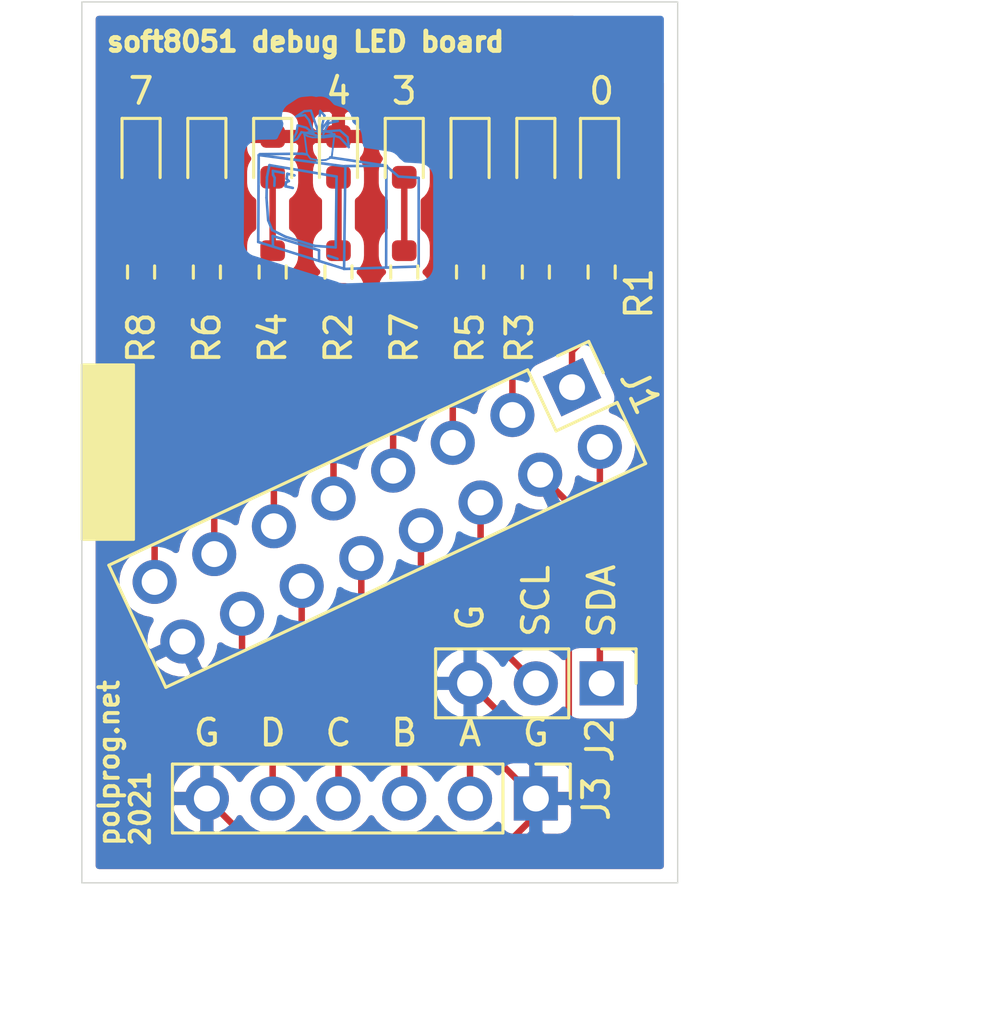
<source format=kicad_pcb>
(kicad_pcb (version 20171130) (host pcbnew 5.1.9+dfsg1-1)

  (general
    (thickness 1.6)
    (drawings 23)
    (tracks 60)
    (zones 0)
    (modules 20)
    (nets 24)
  )

  (page A4)
  (layers
    (0 F.Cu signal)
    (31 B.Cu signal)
    (32 B.Adhes user)
    (33 F.Adhes user)
    (34 B.Paste user)
    (35 F.Paste user)
    (36 B.SilkS user)
    (37 F.SilkS user)
    (38 B.Mask user)
    (39 F.Mask user)
    (40 Dwgs.User user)
    (41 Cmts.User user)
    (42 Eco1.User user)
    (43 Eco2.User user)
    (44 Edge.Cuts user)
    (45 Margin user)
    (46 B.CrtYd user)
    (47 F.CrtYd user)
    (48 B.Fab user)
    (49 F.Fab user)
  )

  (setup
    (last_trace_width 0.25)
    (user_trace_width 0.5)
    (trace_clearance 0.2)
    (zone_clearance 0.508)
    (zone_45_only no)
    (trace_min 0.2)
    (via_size 0.8)
    (via_drill 0.4)
    (via_min_size 0.4)
    (via_min_drill 0.3)
    (uvia_size 0.3)
    (uvia_drill 0.1)
    (uvias_allowed no)
    (uvia_min_size 0.2)
    (uvia_min_drill 0.1)
    (edge_width 0.05)
    (segment_width 0.2)
    (pcb_text_width 0.3)
    (pcb_text_size 1.5 1.5)
    (mod_edge_width 0.12)
    (mod_text_size 1 1)
    (mod_text_width 0.15)
    (pad_size 1.524 1.524)
    (pad_drill 0.762)
    (pad_to_mask_clearance 0)
    (aux_axis_origin 0 0)
    (visible_elements FFFFFF7F)
    (pcbplotparams
      (layerselection 0x010f0_ffffffff)
      (usegerberextensions false)
      (usegerberattributes true)
      (usegerberadvancedattributes true)
      (creategerberjobfile true)
      (excludeedgelayer true)
      (linewidth 0.100000)
      (plotframeref false)
      (viasonmask false)
      (mode 1)
      (useauxorigin false)
      (hpglpennumber 1)
      (hpglpenspeed 20)
      (hpglpendiameter 15.000000)
      (psnegative false)
      (psa4output false)
      (plotreference true)
      (plotvalue true)
      (plotinvisibletext false)
      (padsonsilk false)
      (subtractmaskfromsilk false)
      (outputformat 1)
      (mirror false)
      (drillshape 0)
      (scaleselection 1)
      (outputdirectory "gbr/"))
  )

  (net 0 "")
  (net 1 GND)
  (net 2 "Net-(D1-Pad2)")
  (net 3 "Net-(D2-Pad2)")
  (net 4 "Net-(D3-Pad2)")
  (net 5 "Net-(D4-Pad2)")
  (net 6 "Net-(D5-Pad2)")
  (net 7 "Net-(D6-Pad2)")
  (net 8 "Net-(D7-Pad2)")
  (net 9 "Net-(D8-Pad2)")
  (net 10 /LED1)
  (net 11 /LED2)
  (net 12 /LED3)
  (net 13 /LED4)
  (net 14 /LED5)
  (net 15 /LED6)
  (net 16 /LED7)
  (net 17 /LED8)
  (net 18 /SDA)
  (net 19 /SCL)
  (net 20 /IOA)
  (net 21 /IOB)
  (net 22 /IOC)
  (net 23 /IOD)

  (net_class Default "This is the default net class."
    (clearance 0.2)
    (trace_width 0.25)
    (via_dia 0.8)
    (via_drill 0.4)
    (uvia_dia 0.3)
    (uvia_drill 0.1)
    (add_net /IOA)
    (add_net /IOB)
    (add_net /IOC)
    (add_net /IOD)
    (add_net /LED1)
    (add_net /LED2)
    (add_net /LED3)
    (add_net /LED4)
    (add_net /LED5)
    (add_net /LED6)
    (add_net /LED7)
    (add_net /LED8)
    (add_net /SCL)
    (add_net /SDA)
    (add_net GND)
    (add_net "Net-(D1-Pad2)")
    (add_net "Net-(D2-Pad2)")
    (add_net "Net-(D3-Pad2)")
    (add_net "Net-(D4-Pad2)")
    (add_net "Net-(D5-Pad2)")
    (add_net "Net-(D6-Pad2)")
    (add_net "Net-(D7-Pad2)")
    (add_net "Net-(D8-Pad2)")
  )

  (module pcbart:crt37_small (layer B.Cu) (tedit 60F1D147) (tstamp 61CC1A9A)
    (at 128.905 95.25 180)
    (descr "Converted using: svg2mod -c -f 0.75 -i sources/crt37.svg -o crt37_small.kicad_mod")
    (tags svg2mod)
    (attr virtual)
    (fp_text reference svg2mod (at 0 6.103993) (layer B.SilkS) hide
      (effects (font (size 1.524 1.524) (thickness 0.3048)) (justify mirror))
    )
    (fp_text value G*** (at 0 -6.103993) (layer B.SilkS) hide
      (effects (font (size 1.524 1.524) (thickness 0.3048)) (justify mirror))
    )
    (fp_line (start 2.042781 0.133597) (end 1.763494 0.071425) (layer B.Cu) (width 0.099622))
    (fp_line (start 2.020761 0.287692) (end 2.042781 0.133597) (layer B.Cu) (width 0.099622))
    (fp_line (start 1.917136 0.334613) (end 2.020761 0.287692) (layer B.Cu) (width 0.099622))
    (fp_line (start 1.998745 0.424178) (end 1.917136 0.334613) (layer B.Cu) (width 0.099622))
    (fp_line (start 1.97233 0.617897) (end 1.998745 0.424178) (layer B.Cu) (width 0.099622))
    (fp_line (start 1.699361 0.55626) (end 1.97233 0.617897) (layer B.Cu) (width 0.099622))
    (fp_line (start 2.460977 0.4594) (end 2.475782 0.152942) (layer B.Cu) (width 0.099622))
    (fp_line (start 2.522612 0.573871) (end 2.460977 0.4594) (layer B.Cu) (width 0.099622))
    (fp_line (start 2.531477 0.727966) (end 2.522612 0.573871) (layer B.Cu) (width 0.099622))
    (fp_line (start 2.126425 0.653119) (end 2.531477 0.727966) (layer B.Cu) (width 0.099622))
    (fp_line (start 1.399976 1.392777) (end 1.215063 1.366359) (layer B.Cu) (width 0.099622))
    (fp_line (start 3.037789 1.375167) (end 1.399976 1.392777) (layer B.Cu) (width 0.099622))
    (fp_line (start -1.866844 0.926089) (end 0.316907 1.25189) (layer B.Cu) (width 0.099622))
    (fp_line (start -0.255448 0.917283) (end -1.866844 0.926089) (layer B.Cu) (width 0.099622))
    (fp_line (start 0.77228 2.075142) (end 0.515979 2.075143) (layer B.Cu) (width 0.090098))
    (fp_line (start 1.050855 2.156754) (end 0.77228 2.075142) (layer B.Cu) (width 0.090098))
    (fp_line (start 1.429716 2.225051) (end 1.050855 2.156754) (layer B.Cu) (width 0.090098))
    (fp_line (start 1.596861 1.963248) (end 1.429716 2.225051) (layer B.Cu) (width 0.090098))
    (fp_line (start 1.808578 1.849421) (end 1.596861 1.963248) (layer B.Cu) (width 0.090098))
    (fp_line (start 1.619147 2.213668) (end 1.808578 1.849421) (layer B.Cu) (width 0.090098))
    (fp_line (start 1.574574 2.486854) (end 1.619147 2.213668) (layer B.Cu) (width 0.090098))
    (fp_line (start 1.240284 2.395791) (end 1.574574 2.486854) (layer B.Cu) (width 0.090098))
    (fp_line (start 0.96171 2.168137) (end 1.240284 2.395791) (layer B.Cu) (width 0.090098))
    (fp_line (start 1.006282 2.327495) (end 0.96171 2.168137) (layer B.Cu) (width 0.090098))
    (fp_line (start 1.139997 2.691742) (end 1.006282 2.327495) (layer B.Cu) (width 0.090098))
    (fp_line (start 1.296 2.885249) (end 1.139997 2.691742) (layer B.Cu) (width 0.090098))
    (fp_line (start 1.630289 2.828336) (end 1.296 2.885249) (layer B.Cu) (width 0.090098))
    (fp_line (start 1.318285 3.033224) (end 1.630289 2.828336) (layer B.Cu) (width 0.090098))
    (fp_line (start 1.061997 3.055993) (end 1.318285 3.033224) (layer B.Cu) (width 0.090098))
    (fp_line (start 0.772279 2.211737) (end 1.061997 3.055993) (layer B.Cu) (width 0.090098))
    (fp_line (start 0.783417 2.202286) (end 0.772279 2.211737) (layer B.Cu) (width 0.090098))
    (fp_line (start 0.705417 3.044608) (end 0.783417 2.202286) (layer B.Cu) (width 0.090098))
    (fp_line (start 0.538272 2.862484) (end 0.705417 3.044608) (layer B.Cu) (width 0.090098))
    (fp_line (start 0.705417 2.188969) (end 0.538272 2.862484) (layer B.Cu) (width 0.090098))
    (fp_line (start 0.593987 2.407175) (end 0.705417 2.188969) (layer B.Cu) (width 0.090098))
    (fp_line (start 0.337698 2.748657) (end 0.593987 2.407175) (layer B.Cu) (width 0.090098))
    (fp_line (start 0.025695 2.646213) (end 0.337698 2.748657) (layer B.Cu) (width 0.090098))
    (fp_line (start 0.371128 2.577916) (end 0.025695 2.646213) (layer B.Cu) (width 0.090098))
    (fp_line (start 0.582843 2.166204) (end 0.371128 2.577916) (layer B.Cu) (width 0.090098))
    (fp_line (start 0.549408 2.247817) (end 0.582843 2.166204) (layer B.Cu) (width 0.090098))
    (fp_line (start -0.052313 2.293348) (end 0.549408 2.247817) (layer B.Cu) (width 0.090098))
    (fp_line (start -0.353174 2.031546) (end -0.052313 2.293348) (layer B.Cu) (width 0.090098))
    (fp_line (start -0.397746 1.644533) (end -0.353174 2.031546) (layer B.Cu) (width 0.090098))
    (fp_line (start -0.052313 2.020163) (end -0.397746 1.644533) (layer B.Cu) (width 0.090098))
    (fp_line (start 0.281977 2.122608) (end -0.052313 2.020163) (layer B.Cu) (width 0.090098))
    (fp_line (start 0.515979 2.075143) (end 0.281977 2.122608) (layer B.Cu) (width 0.090098))
    (fp_line (start 1.212892 1.37685) (end 1.320357 2.167426) (layer B.Cu) (width 0.070386))
    (fp_line (start 1.079319 1.199324) (end 1.212892 1.37685) (layer B.Cu) (width 0.070386))
    (fp_line (start 0.760146 1.13406) (end 1.079319 1.199324) (layer B.Cu) (width 0.070386))
    (fp_line (start 0.486712 1.151967) (end 0.760146 1.13406) (layer B.Cu) (width 0.070386))
    (fp_line (start 0.260007 1.25231) (end 0.486712 1.151967) (layer B.Cu) (width 0.070386))
    (fp_line (start 0.152858 2.1572) (end 0.260007 1.25231) (layer B.Cu) (width 0.070386))
    (fp_line (start 1.092767 2.243906) (end 0.89491 2.252361) (layer B.Cu) (width 0.070386))
    (fp_line (start 1.278244 2.192783) (end 1.092767 2.243906) (layer B.Cu) (width 0.070386))
    (fp_line (start 1.327692 2.147463) (end 1.278244 2.192783) (layer B.Cu) (width 0.070386))
    (fp_line (start 1.193004 2.071593) (end 1.327692 2.147463) (layer B.Cu) (width 0.070386))
    (fp_line (start 1.003362 2.022074) (end 1.193004 2.071593) (layer B.Cu) (width 0.070386))
    (fp_line (start 0.56366 2.016839) (end 1.003362 2.022074) (layer B.Cu) (width 0.070386))
    (fp_line (start 0.200926 2.061123) (end 0.56366 2.016839) (layer B.Cu) (width 0.070386))
    (fp_line (start 0.143244 2.121197) (end 0.200926 2.061123) (layer B.Cu) (width 0.070386))
    (fp_line (start 0.279309 2.201809) (end 0.143244 2.121197) (layer B.Cu) (width 0.070386))
    (fp_line (start 0.555514 2.247636) (end 0.279309 2.201809) (layer B.Cu) (width 0.070386))
    (fp_line (start 0.89491 2.252361) (end 0.555514 2.247636) (layer B.Cu) (width 0.070386))
    (fp_line (start -1.849233 0.882062) (end -1.840425 -3.001139) (layer B.Cu) (width 0.099622))
    (fp_line (start 0.038709 -2.663406) (end 0.394502 -2.547775) (layer B.Cu) (width 0.099622))
    (fp_line (start 2.538159 -1.782817) (end 2.529204 -2.165296) (layer B.Cu) (width 0.099622))
    (fp_line (start 0.750296 -2.334298) (end 2.538159 -1.782817) (layer B.Cu) (width 0.099622))
    (fp_line (start 0.750296 -2.70788) (end 0.750296 -2.334298) (layer B.Cu) (width 0.099622))
    (fp_line (start -3.09709 -2.960886) (end -0.210769 -3.055993) (layer B.Cu) (width 0.099622))
    (fp_line (start -3.09709 0.460658) (end -3.09709 -2.960886) (layer B.Cu) (width 0.099622))
    (fp_line (start -2.317179 0.510975) (end -3.09709 0.460658) (layer B.Cu) (width 0.099622))
    (fp_line (start -1.834618 0.926468) (end -2.317179 0.510975) (layer B.Cu) (width 0.099622))
    (fp_line (start 0.072877 0.510975) (end 2.664186 0.951247) (layer B.Cu) (width 0.099622))
    (fp_line (start 0.106927 -2.2234) (end 0.072877 0.510975) (layer B.Cu) (width 0.099622))
    (fp_line (start 0.919473 -2.163818) (end 0.106927 -2.2234) (layer B.Cu) (width 0.099622))
    (fp_line (start 2.047439 -1.811338) (end 0.919473 -2.163818) (layer B.Cu) (width 0.099622))
    (fp_line (start 2.558979 -1.555698) (end 2.047439 -1.811338) (layer B.Cu) (width 0.099622))
    (fp_line (start 2.714507 -1.174639) (end 2.558979 -1.555698) (layer B.Cu) (width 0.099622))
    (fp_line (start 2.777394 -0.306674) (end 2.714507 -1.174639) (layer B.Cu) (width 0.099622))
    (fp_line (start 2.759792 0.485817) (end 2.777394 -0.306674) (layer B.Cu) (width 0.099622))
    (fp_line (start 2.664186 0.951247) (end 2.759792 0.485817) (layer B.Cu) (width 0.099622))
    (fp_line (start -0.216451 -3.048941) (end -0.266769 0.90093) (layer B.Cu) (width 0.099622))
    (fp_line (start 3.09709 -2.015549) (end -0.216451 -3.048941) (layer B.Cu) (width 0.099622))
    (fp_line (start 3.0793 1.341203) (end 3.09709 -2.015549) (layer B.Cu) (width 0.099622))
    (fp_line (start -0.266769 0.90093) (end 3.0793 1.341203) (layer B.Cu) (width 0.099622))
  )

  (module Connector_PinHeader_2.54mm:PinHeader_2x08_P2.54mm_Vertical (layer F.Cu) (tedit 59FED5CC) (tstamp 61CBD1C2)
    (at 137.922 102.87 295)
    (descr "Through hole straight pin header, 2x08, 2.54mm pitch, double rows")
    (tags "Through hole pin header THT 2x08 2.54mm double row")
    (path /61CB82BF)
    (fp_text reference J1 (at 1.27 -2.33 115) (layer F.SilkS)
      (effects (font (size 1 1) (thickness 0.15)))
    )
    (fp_text value Conn_02x08_Odd_Even (at 1.27 20.11 115) (layer F.Fab)
      (effects (font (size 1 1) (thickness 0.15)))
    )
    (fp_line (start 0 -1.27) (end 3.81 -1.27) (layer F.Fab) (width 0.1))
    (fp_line (start 3.81 -1.27) (end 3.81 19.05) (layer F.Fab) (width 0.1))
    (fp_line (start 3.81 19.05) (end -1.27 19.05) (layer F.Fab) (width 0.1))
    (fp_line (start -1.27 19.05) (end -1.27 0) (layer F.Fab) (width 0.1))
    (fp_line (start -1.27 0) (end 0 -1.27) (layer F.Fab) (width 0.1))
    (fp_line (start -1.33 19.11) (end 3.87 19.11) (layer F.SilkS) (width 0.12))
    (fp_line (start -1.33 1.27) (end -1.33 19.11) (layer F.SilkS) (width 0.12))
    (fp_line (start 3.87 -1.33) (end 3.87 19.11) (layer F.SilkS) (width 0.12))
    (fp_line (start -1.33 1.27) (end 1.27 1.27) (layer F.SilkS) (width 0.12))
    (fp_line (start 1.27 1.27) (end 1.27 -1.33) (layer F.SilkS) (width 0.12))
    (fp_line (start 1.27 -1.33) (end 3.87 -1.33) (layer F.SilkS) (width 0.12))
    (fp_line (start -1.33 0) (end -1.33 -1.33) (layer F.SilkS) (width 0.12))
    (fp_line (start -1.33 -1.33) (end 0 -1.33) (layer F.SilkS) (width 0.12))
    (fp_line (start -1.8 -1.8) (end -1.8 19.55) (layer F.CrtYd) (width 0.05))
    (fp_line (start -1.8 19.55) (end 4.35 19.55) (layer F.CrtYd) (width 0.05))
    (fp_line (start 4.35 19.55) (end 4.35 -1.8) (layer F.CrtYd) (width 0.05))
    (fp_line (start 4.35 -1.8) (end -1.8 -1.8) (layer F.CrtYd) (width 0.05))
    (fp_text user %R (at 1.27 8.89 25) (layer F.Fab)
      (effects (font (size 1 1) (thickness 0.15)))
    )
    (pad 1 thru_hole rect (at 0 0 295) (size 1.7 1.7) (drill 1) (layers *.Cu *.Mask)
      (net 10 /LED1))
    (pad 2 thru_hole oval (at 2.54 0 295) (size 1.7 1.7) (drill 1) (layers *.Cu *.Mask)
      (net 18 /SDA))
    (pad 3 thru_hole oval (at 0 2.54 295) (size 1.7 1.7) (drill 1) (layers *.Cu *.Mask)
      (net 11 /LED2))
    (pad 4 thru_hole oval (at 2.54 2.54 295) (size 1.7 1.7) (drill 1) (layers *.Cu *.Mask)
      (net 1 GND))
    (pad 5 thru_hole oval (at 0 5.08 295) (size 1.7 1.7) (drill 1) (layers *.Cu *.Mask)
      (net 12 /LED3))
    (pad 6 thru_hole oval (at 2.54 5.08 295) (size 1.7 1.7) (drill 1) (layers *.Cu *.Mask)
      (net 19 /SCL))
    (pad 7 thru_hole oval (at 0 7.62 295) (size 1.7 1.7) (drill 1) (layers *.Cu *.Mask)
      (net 13 /LED4))
    (pad 8 thru_hole oval (at 2.54 7.62 295) (size 1.7 1.7) (drill 1) (layers *.Cu *.Mask)
      (net 20 /IOA))
    (pad 9 thru_hole oval (at 0 10.16 295) (size 1.7 1.7) (drill 1) (layers *.Cu *.Mask)
      (net 14 /LED5))
    (pad 10 thru_hole oval (at 2.54 10.16 295) (size 1.7 1.7) (drill 1) (layers *.Cu *.Mask)
      (net 21 /IOB))
    (pad 11 thru_hole oval (at 0 12.7 295) (size 1.7 1.7) (drill 1) (layers *.Cu *.Mask)
      (net 15 /LED6))
    (pad 12 thru_hole oval (at 2.54 12.7 295) (size 1.7 1.7) (drill 1) (layers *.Cu *.Mask)
      (net 22 /IOC))
    (pad 13 thru_hole oval (at 0 15.24 295) (size 1.7 1.7) (drill 1) (layers *.Cu *.Mask)
      (net 16 /LED7))
    (pad 14 thru_hole oval (at 2.54 15.24 295) (size 1.7 1.7) (drill 1) (layers *.Cu *.Mask)
      (net 23 /IOD))
    (pad 15 thru_hole oval (at 0 17.78 295) (size 1.7 1.7) (drill 1) (layers *.Cu *.Mask)
      (net 17 /LED8))
    (pad 16 thru_hole oval (at 2.54 17.78 295) (size 1.7 1.7) (drill 1) (layers *.Cu *.Mask)
      (net 1 GND))
    (model ${KISYS3DMOD}/Connector_PinHeader_2.54mm.3dshapes/PinHeader_2x08_P2.54mm_Vertical.wrl
      (at (xyz 0 0 0))
      (scale (xyz 1 1 1))
      (rotate (xyz 0 0 0))
    )
  )

  (module LED_SMD:LED_0603_1608Metric (layer F.Cu) (tedit 5F68FEF1) (tstamp 61CBD596)
    (at 138.985 93.98 270)
    (descr "LED SMD 0603 (1608 Metric), square (rectangular) end terminal, IPC_7351 nominal, (Body size source: http://www.tortai-tech.com/upload/download/2011102023233369053.pdf), generated with kicad-footprint-generator")
    (tags LED)
    (path /61CBD194)
    (attr smd)
    (fp_text reference D1 (at 0 -1.43 90) (layer F.SilkS) hide
      (effects (font (size 1 1) (thickness 0.15)))
    )
    (fp_text value LED_Small (at 0 1.43 90) (layer F.Fab)
      (effects (font (size 1 1) (thickness 0.15)))
    )
    (fp_line (start 1.48 0.73) (end -1.48 0.73) (layer F.CrtYd) (width 0.05))
    (fp_line (start 1.48 -0.73) (end 1.48 0.73) (layer F.CrtYd) (width 0.05))
    (fp_line (start -1.48 -0.73) (end 1.48 -0.73) (layer F.CrtYd) (width 0.05))
    (fp_line (start -1.48 0.73) (end -1.48 -0.73) (layer F.CrtYd) (width 0.05))
    (fp_line (start -1.485 0.735) (end 0.8 0.735) (layer F.SilkS) (width 0.12))
    (fp_line (start -1.485 -0.735) (end -1.485 0.735) (layer F.SilkS) (width 0.12))
    (fp_line (start 0.8 -0.735) (end -1.485 -0.735) (layer F.SilkS) (width 0.12))
    (fp_line (start 0.8 0.4) (end 0.8 -0.4) (layer F.Fab) (width 0.1))
    (fp_line (start -0.8 0.4) (end 0.8 0.4) (layer F.Fab) (width 0.1))
    (fp_line (start -0.8 -0.1) (end -0.8 0.4) (layer F.Fab) (width 0.1))
    (fp_line (start -0.5 -0.4) (end -0.8 -0.1) (layer F.Fab) (width 0.1))
    (fp_line (start 0.8 -0.4) (end -0.5 -0.4) (layer F.Fab) (width 0.1))
    (fp_text user %R (at 0 0 90) (layer F.Fab)
      (effects (font (size 0.4 0.4) (thickness 0.06)))
    )
    (pad 2 smd roundrect (at 0.7875 0 270) (size 0.875 0.95) (layers F.Cu F.Paste F.Mask) (roundrect_rratio 0.25)
      (net 2 "Net-(D1-Pad2)"))
    (pad 1 smd roundrect (at -0.7875 0 270) (size 0.875 0.95) (layers F.Cu F.Paste F.Mask) (roundrect_rratio 0.25)
      (net 1 GND))
    (model ${KISYS3DMOD}/LED_SMD.3dshapes/LED_0603_1608Metric.wrl
      (at (xyz 0 0 0))
      (scale (xyz 1 1 1))
      (rotate (xyz 0 0 0))
    )
  )

  (module LED_SMD:LED_0603_1608Metric (layer F.Cu) (tedit 5F68FEF1) (tstamp 61CBD5A9)
    (at 128.905 93.98 270)
    (descr "LED SMD 0603 (1608 Metric), square (rectangular) end terminal, IPC_7351 nominal, (Body size source: http://www.tortai-tech.com/upload/download/2011102023233369053.pdf), generated with kicad-footprint-generator")
    (tags LED)
    (path /61CC99E5)
    (attr smd)
    (fp_text reference D2 (at 0 -1.43 90) (layer F.SilkS) hide
      (effects (font (size 1 1) (thickness 0.15)))
    )
    (fp_text value LED_Small (at 0 1.43 90) (layer F.Fab)
      (effects (font (size 1 1) (thickness 0.15)))
    )
    (fp_line (start 0.8 -0.4) (end -0.5 -0.4) (layer F.Fab) (width 0.1))
    (fp_line (start -0.5 -0.4) (end -0.8 -0.1) (layer F.Fab) (width 0.1))
    (fp_line (start -0.8 -0.1) (end -0.8 0.4) (layer F.Fab) (width 0.1))
    (fp_line (start -0.8 0.4) (end 0.8 0.4) (layer F.Fab) (width 0.1))
    (fp_line (start 0.8 0.4) (end 0.8 -0.4) (layer F.Fab) (width 0.1))
    (fp_line (start 0.8 -0.735) (end -1.485 -0.735) (layer F.SilkS) (width 0.12))
    (fp_line (start -1.485 -0.735) (end -1.485 0.735) (layer F.SilkS) (width 0.12))
    (fp_line (start -1.485 0.735) (end 0.8 0.735) (layer F.SilkS) (width 0.12))
    (fp_line (start -1.48 0.73) (end -1.48 -0.73) (layer F.CrtYd) (width 0.05))
    (fp_line (start -1.48 -0.73) (end 1.48 -0.73) (layer F.CrtYd) (width 0.05))
    (fp_line (start 1.48 -0.73) (end 1.48 0.73) (layer F.CrtYd) (width 0.05))
    (fp_line (start 1.48 0.73) (end -1.48 0.73) (layer F.CrtYd) (width 0.05))
    (fp_text user %R (at 0 0 90) (layer F.Fab)
      (effects (font (size 0.4 0.4) (thickness 0.06)))
    )
    (pad 1 smd roundrect (at -0.7875 0 270) (size 0.875 0.95) (layers F.Cu F.Paste F.Mask) (roundrect_rratio 0.25)
      (net 1 GND))
    (pad 2 smd roundrect (at 0.7875 0 270) (size 0.875 0.95) (layers F.Cu F.Paste F.Mask) (roundrect_rratio 0.25)
      (net 3 "Net-(D2-Pad2)"))
    (model ${KISYS3DMOD}/LED_SMD.3dshapes/LED_0603_1608Metric.wrl
      (at (xyz 0 0 0))
      (scale (xyz 1 1 1))
      (rotate (xyz 0 0 0))
    )
  )

  (module LED_SMD:LED_0603_1608Metric (layer F.Cu) (tedit 5F68FEF1) (tstamp 61CBD5BC)
    (at 136.525 93.98 270)
    (descr "LED SMD 0603 (1608 Metric), square (rectangular) end terminal, IPC_7351 nominal, (Body size source: http://www.tortai-tech.com/upload/download/2011102023233369053.pdf), generated with kicad-footprint-generator")
    (tags LED)
    (path /61CC1033)
    (attr smd)
    (fp_text reference D3 (at 0 -1.43 90) (layer F.SilkS) hide
      (effects (font (size 1 1) (thickness 0.15)))
    )
    (fp_text value LED_Small (at 0 1.43 90) (layer F.Fab)
      (effects (font (size 1 1) (thickness 0.15)))
    )
    (fp_line (start 0.8 -0.4) (end -0.5 -0.4) (layer F.Fab) (width 0.1))
    (fp_line (start -0.5 -0.4) (end -0.8 -0.1) (layer F.Fab) (width 0.1))
    (fp_line (start -0.8 -0.1) (end -0.8 0.4) (layer F.Fab) (width 0.1))
    (fp_line (start -0.8 0.4) (end 0.8 0.4) (layer F.Fab) (width 0.1))
    (fp_line (start 0.8 0.4) (end 0.8 -0.4) (layer F.Fab) (width 0.1))
    (fp_line (start 0.8 -0.735) (end -1.485 -0.735) (layer F.SilkS) (width 0.12))
    (fp_line (start -1.485 -0.735) (end -1.485 0.735) (layer F.SilkS) (width 0.12))
    (fp_line (start -1.485 0.735) (end 0.8 0.735) (layer F.SilkS) (width 0.12))
    (fp_line (start -1.48 0.73) (end -1.48 -0.73) (layer F.CrtYd) (width 0.05))
    (fp_line (start -1.48 -0.73) (end 1.48 -0.73) (layer F.CrtYd) (width 0.05))
    (fp_line (start 1.48 -0.73) (end 1.48 0.73) (layer F.CrtYd) (width 0.05))
    (fp_line (start 1.48 0.73) (end -1.48 0.73) (layer F.CrtYd) (width 0.05))
    (fp_text user %R (at 0 0 90) (layer F.Fab)
      (effects (font (size 0.4 0.4) (thickness 0.06)))
    )
    (pad 1 smd roundrect (at -0.7875 0 270) (size 0.875 0.95) (layers F.Cu F.Paste F.Mask) (roundrect_rratio 0.25)
      (net 1 GND))
    (pad 2 smd roundrect (at 0.7875 0 270) (size 0.875 0.95) (layers F.Cu F.Paste F.Mask) (roundrect_rratio 0.25)
      (net 4 "Net-(D3-Pad2)"))
    (model ${KISYS3DMOD}/LED_SMD.3dshapes/LED_0603_1608Metric.wrl
      (at (xyz 0 0 0))
      (scale (xyz 1 1 1))
      (rotate (xyz 0 0 0))
    )
  )

  (module LED_SMD:LED_0603_1608Metric (layer F.Cu) (tedit 5F68FEF1) (tstamp 61CBD5CF)
    (at 126.365 93.98 270)
    (descr "LED SMD 0603 (1608 Metric), square (rectangular) end terminal, IPC_7351 nominal, (Body size source: http://www.tortai-tech.com/upload/download/2011102023233369053.pdf), generated with kicad-footprint-generator")
    (tags LED)
    (path /61CC9B4E)
    (attr smd)
    (fp_text reference D4 (at 0 -1.43 90) (layer F.SilkS) hide
      (effects (font (size 1 1) (thickness 0.15)))
    )
    (fp_text value LED_Small (at 0 1.43 90) (layer F.Fab)
      (effects (font (size 1 1) (thickness 0.15)))
    )
    (fp_line (start 1.48 0.73) (end -1.48 0.73) (layer F.CrtYd) (width 0.05))
    (fp_line (start 1.48 -0.73) (end 1.48 0.73) (layer F.CrtYd) (width 0.05))
    (fp_line (start -1.48 -0.73) (end 1.48 -0.73) (layer F.CrtYd) (width 0.05))
    (fp_line (start -1.48 0.73) (end -1.48 -0.73) (layer F.CrtYd) (width 0.05))
    (fp_line (start -1.485 0.735) (end 0.8 0.735) (layer F.SilkS) (width 0.12))
    (fp_line (start -1.485 -0.735) (end -1.485 0.735) (layer F.SilkS) (width 0.12))
    (fp_line (start 0.8 -0.735) (end -1.485 -0.735) (layer F.SilkS) (width 0.12))
    (fp_line (start 0.8 0.4) (end 0.8 -0.4) (layer F.Fab) (width 0.1))
    (fp_line (start -0.8 0.4) (end 0.8 0.4) (layer F.Fab) (width 0.1))
    (fp_line (start -0.8 -0.1) (end -0.8 0.4) (layer F.Fab) (width 0.1))
    (fp_line (start -0.5 -0.4) (end -0.8 -0.1) (layer F.Fab) (width 0.1))
    (fp_line (start 0.8 -0.4) (end -0.5 -0.4) (layer F.Fab) (width 0.1))
    (fp_text user %R (at 0 0 90) (layer F.Fab)
      (effects (font (size 0.4 0.4) (thickness 0.06)))
    )
    (pad 2 smd roundrect (at 0.7875 0 270) (size 0.875 0.95) (layers F.Cu F.Paste F.Mask) (roundrect_rratio 0.25)
      (net 5 "Net-(D4-Pad2)"))
    (pad 1 smd roundrect (at -0.7875 0 270) (size 0.875 0.95) (layers F.Cu F.Paste F.Mask) (roundrect_rratio 0.25)
      (net 1 GND))
    (model ${KISYS3DMOD}/LED_SMD.3dshapes/LED_0603_1608Metric.wrl
      (at (xyz 0 0 0))
      (scale (xyz 1 1 1))
      (rotate (xyz 0 0 0))
    )
  )

  (module LED_SMD:LED_0603_1608Metric (layer F.Cu) (tedit 5F68FEF1) (tstamp 61CBDAC7)
    (at 133.985 93.98 270)
    (descr "LED SMD 0603 (1608 Metric), square (rectangular) end terminal, IPC_7351 nominal, (Body size source: http://www.tortai-tech.com/upload/download/2011102023233369053.pdf), generated with kicad-footprint-generator")
    (tags LED)
    (path /61CC3169)
    (attr smd)
    (fp_text reference D5 (at 0 -1.43 90) (layer F.SilkS) hide
      (effects (font (size 1 1) (thickness 0.15)))
    )
    (fp_text value LED_Small (at 0 1.43 90) (layer F.Fab)
      (effects (font (size 1 1) (thickness 0.15)))
    )
    (fp_line (start 0.8 -0.4) (end -0.5 -0.4) (layer F.Fab) (width 0.1))
    (fp_line (start -0.5 -0.4) (end -0.8 -0.1) (layer F.Fab) (width 0.1))
    (fp_line (start -0.8 -0.1) (end -0.8 0.4) (layer F.Fab) (width 0.1))
    (fp_line (start -0.8 0.4) (end 0.8 0.4) (layer F.Fab) (width 0.1))
    (fp_line (start 0.8 0.4) (end 0.8 -0.4) (layer F.Fab) (width 0.1))
    (fp_line (start 0.8 -0.735) (end -1.485 -0.735) (layer F.SilkS) (width 0.12))
    (fp_line (start -1.485 -0.735) (end -1.485 0.735) (layer F.SilkS) (width 0.12))
    (fp_line (start -1.485 0.735) (end 0.8 0.735) (layer F.SilkS) (width 0.12))
    (fp_line (start -1.48 0.73) (end -1.48 -0.73) (layer F.CrtYd) (width 0.05))
    (fp_line (start -1.48 -0.73) (end 1.48 -0.73) (layer F.CrtYd) (width 0.05))
    (fp_line (start 1.48 -0.73) (end 1.48 0.73) (layer F.CrtYd) (width 0.05))
    (fp_line (start 1.48 0.73) (end -1.48 0.73) (layer F.CrtYd) (width 0.05))
    (fp_text user %R (at 0 0 90) (layer F.Fab)
      (effects (font (size 0.4 0.4) (thickness 0.06)))
    )
    (pad 1 smd roundrect (at -0.7875 0 270) (size 0.875 0.95) (layers F.Cu F.Paste F.Mask) (roundrect_rratio 0.25)
      (net 1 GND))
    (pad 2 smd roundrect (at 0.7875 0 270) (size 0.875 0.95) (layers F.Cu F.Paste F.Mask) (roundrect_rratio 0.25)
      (net 6 "Net-(D5-Pad2)"))
    (model ${KISYS3DMOD}/LED_SMD.3dshapes/LED_0603_1608Metric.wrl
      (at (xyz 0 0 0))
      (scale (xyz 1 1 1))
      (rotate (xyz 0 0 0))
    )
  )

  (module LED_SMD:LED_0603_1608Metric (layer F.Cu) (tedit 5F68FEF1) (tstamp 61CBD5F5)
    (at 123.825 93.98 270)
    (descr "LED SMD 0603 (1608 Metric), square (rectangular) end terminal, IPC_7351 nominal, (Body size source: http://www.tortai-tech.com/upload/download/2011102023233369053.pdf), generated with kicad-footprint-generator")
    (tags LED)
    (path /61CC9B6F)
    (attr smd)
    (fp_text reference D6 (at 0 -1.43 90) (layer F.SilkS) hide
      (effects (font (size 1 1) (thickness 0.15)))
    )
    (fp_text value LED_Small (at 0 1.43 90) (layer F.Fab)
      (effects (font (size 1 1) (thickness 0.15)))
    )
    (fp_line (start 1.48 0.73) (end -1.48 0.73) (layer F.CrtYd) (width 0.05))
    (fp_line (start 1.48 -0.73) (end 1.48 0.73) (layer F.CrtYd) (width 0.05))
    (fp_line (start -1.48 -0.73) (end 1.48 -0.73) (layer F.CrtYd) (width 0.05))
    (fp_line (start -1.48 0.73) (end -1.48 -0.73) (layer F.CrtYd) (width 0.05))
    (fp_line (start -1.485 0.735) (end 0.8 0.735) (layer F.SilkS) (width 0.12))
    (fp_line (start -1.485 -0.735) (end -1.485 0.735) (layer F.SilkS) (width 0.12))
    (fp_line (start 0.8 -0.735) (end -1.485 -0.735) (layer F.SilkS) (width 0.12))
    (fp_line (start 0.8 0.4) (end 0.8 -0.4) (layer F.Fab) (width 0.1))
    (fp_line (start -0.8 0.4) (end 0.8 0.4) (layer F.Fab) (width 0.1))
    (fp_line (start -0.8 -0.1) (end -0.8 0.4) (layer F.Fab) (width 0.1))
    (fp_line (start -0.5 -0.4) (end -0.8 -0.1) (layer F.Fab) (width 0.1))
    (fp_line (start 0.8 -0.4) (end -0.5 -0.4) (layer F.Fab) (width 0.1))
    (fp_text user %R (at 0 0 90) (layer F.Fab)
      (effects (font (size 0.4 0.4) (thickness 0.06)))
    )
    (pad 2 smd roundrect (at 0.7875 0 270) (size 0.875 0.95) (layers F.Cu F.Paste F.Mask) (roundrect_rratio 0.25)
      (net 7 "Net-(D6-Pad2)"))
    (pad 1 smd roundrect (at -0.7875 0 270) (size 0.875 0.95) (layers F.Cu F.Paste F.Mask) (roundrect_rratio 0.25)
      (net 1 GND))
    (model ${KISYS3DMOD}/LED_SMD.3dshapes/LED_0603_1608Metric.wrl
      (at (xyz 0 0 0))
      (scale (xyz 1 1 1))
      (rotate (xyz 0 0 0))
    )
  )

  (module LED_SMD:LED_0603_1608Metric (layer F.Cu) (tedit 5F68FEF1) (tstamp 61CBD608)
    (at 131.445 93.98 270)
    (descr "LED SMD 0603 (1608 Metric), square (rectangular) end terminal, IPC_7351 nominal, (Body size source: http://www.tortai-tech.com/upload/download/2011102023233369053.pdf), generated with kicad-footprint-generator")
    (tags LED)
    (path /61CC326A)
    (attr smd)
    (fp_text reference D7 (at 0 -1.43 90) (layer F.SilkS) hide
      (effects (font (size 1 1) (thickness 0.15)))
    )
    (fp_text value LED_Small (at 0 1.43 90) (layer F.Fab)
      (effects (font (size 1 1) (thickness 0.15)))
    )
    (fp_line (start 1.48 0.73) (end -1.48 0.73) (layer F.CrtYd) (width 0.05))
    (fp_line (start 1.48 -0.73) (end 1.48 0.73) (layer F.CrtYd) (width 0.05))
    (fp_line (start -1.48 -0.73) (end 1.48 -0.73) (layer F.CrtYd) (width 0.05))
    (fp_line (start -1.48 0.73) (end -1.48 -0.73) (layer F.CrtYd) (width 0.05))
    (fp_line (start -1.485 0.735) (end 0.8 0.735) (layer F.SilkS) (width 0.12))
    (fp_line (start -1.485 -0.735) (end -1.485 0.735) (layer F.SilkS) (width 0.12))
    (fp_line (start 0.8 -0.735) (end -1.485 -0.735) (layer F.SilkS) (width 0.12))
    (fp_line (start 0.8 0.4) (end 0.8 -0.4) (layer F.Fab) (width 0.1))
    (fp_line (start -0.8 0.4) (end 0.8 0.4) (layer F.Fab) (width 0.1))
    (fp_line (start -0.8 -0.1) (end -0.8 0.4) (layer F.Fab) (width 0.1))
    (fp_line (start -0.5 -0.4) (end -0.8 -0.1) (layer F.Fab) (width 0.1))
    (fp_line (start 0.8 -0.4) (end -0.5 -0.4) (layer F.Fab) (width 0.1))
    (fp_text user %R (at 0 0 90) (layer F.Fab)
      (effects (font (size 0.4 0.4) (thickness 0.06)))
    )
    (pad 2 smd roundrect (at 0.7875 0 270) (size 0.875 0.95) (layers F.Cu F.Paste F.Mask) (roundrect_rratio 0.25)
      (net 8 "Net-(D7-Pad2)"))
    (pad 1 smd roundrect (at -0.7875 0 270) (size 0.875 0.95) (layers F.Cu F.Paste F.Mask) (roundrect_rratio 0.25)
      (net 1 GND))
    (model ${KISYS3DMOD}/LED_SMD.3dshapes/LED_0603_1608Metric.wrl
      (at (xyz 0 0 0))
      (scale (xyz 1 1 1))
      (rotate (xyz 0 0 0))
    )
  )

  (module LED_SMD:LED_0603_1608Metric (layer F.Cu) (tedit 5F68FEF1) (tstamp 61CBF20A)
    (at 121.285 93.98 270)
    (descr "LED SMD 0603 (1608 Metric), square (rectangular) end terminal, IPC_7351 nominal, (Body size source: http://www.tortai-tech.com/upload/download/2011102023233369053.pdf), generated with kicad-footprint-generator")
    (tags LED)
    (path /61CC9B8F)
    (attr smd)
    (fp_text reference D8 (at 0 -1.43 90) (layer F.SilkS) hide
      (effects (font (size 1 1) (thickness 0.15)))
    )
    (fp_text value LED_Small (at 0 1.43 90) (layer F.Fab)
      (effects (font (size 1 1) (thickness 0.15)))
    )
    (fp_line (start 0.8 -0.4) (end -0.5 -0.4) (layer F.Fab) (width 0.1))
    (fp_line (start -0.5 -0.4) (end -0.8 -0.1) (layer F.Fab) (width 0.1))
    (fp_line (start -0.8 -0.1) (end -0.8 0.4) (layer F.Fab) (width 0.1))
    (fp_line (start -0.8 0.4) (end 0.8 0.4) (layer F.Fab) (width 0.1))
    (fp_line (start 0.8 0.4) (end 0.8 -0.4) (layer F.Fab) (width 0.1))
    (fp_line (start 0.8 -0.735) (end -1.485 -0.735) (layer F.SilkS) (width 0.12))
    (fp_line (start -1.485 -0.735) (end -1.485 0.735) (layer F.SilkS) (width 0.12))
    (fp_line (start -1.485 0.735) (end 0.8 0.735) (layer F.SilkS) (width 0.12))
    (fp_line (start -1.48 0.73) (end -1.48 -0.73) (layer F.CrtYd) (width 0.05))
    (fp_line (start -1.48 -0.73) (end 1.48 -0.73) (layer F.CrtYd) (width 0.05))
    (fp_line (start 1.48 -0.73) (end 1.48 0.73) (layer F.CrtYd) (width 0.05))
    (fp_line (start 1.48 0.73) (end -1.48 0.73) (layer F.CrtYd) (width 0.05))
    (fp_text user %R (at 0 0 90) (layer F.Fab)
      (effects (font (size 0.4 0.4) (thickness 0.06)))
    )
    (pad 1 smd roundrect (at -0.7875 0 270) (size 0.875 0.95) (layers F.Cu F.Paste F.Mask) (roundrect_rratio 0.25)
      (net 1 GND))
    (pad 2 smd roundrect (at 0.7875 0 270) (size 0.875 0.95) (layers F.Cu F.Paste F.Mask) (roundrect_rratio 0.25)
      (net 9 "Net-(D8-Pad2)"))
    (model ${KISYS3DMOD}/LED_SMD.3dshapes/LED_0603_1608Metric.wrl
      (at (xyz 0 0 0))
      (scale (xyz 1 1 1))
      (rotate (xyz 0 0 0))
    )
  )

  (module Resistor_SMD:R_0603_1608Metric (layer F.Cu) (tedit 5F68FEEE) (tstamp 61CBD62C)
    (at 139.065 98.425 90)
    (descr "Resistor SMD 0603 (1608 Metric), square (rectangular) end terminal, IPC_7351 nominal, (Body size source: IPC-SM-782 page 72, https://www.pcb-3d.com/wordpress/wp-content/uploads/ipc-sm-782a_amendment_1_and_2.pdf), generated with kicad-footprint-generator")
    (tags resistor)
    (path /61CBE6FD)
    (attr smd)
    (fp_text reference R1 (at -0.825 1.435 90) (layer F.SilkS)
      (effects (font (size 1 1) (thickness 0.15)))
    )
    (fp_text value 1k (at 0 1.43 90) (layer F.Fab)
      (effects (font (size 1 1) (thickness 0.15)))
    )
    (fp_line (start 1.48 0.73) (end -1.48 0.73) (layer F.CrtYd) (width 0.05))
    (fp_line (start 1.48 -0.73) (end 1.48 0.73) (layer F.CrtYd) (width 0.05))
    (fp_line (start -1.48 -0.73) (end 1.48 -0.73) (layer F.CrtYd) (width 0.05))
    (fp_line (start -1.48 0.73) (end -1.48 -0.73) (layer F.CrtYd) (width 0.05))
    (fp_line (start -0.237258 0.5225) (end 0.237258 0.5225) (layer F.SilkS) (width 0.12))
    (fp_line (start -0.237258 -0.5225) (end 0.237258 -0.5225) (layer F.SilkS) (width 0.12))
    (fp_line (start 0.8 0.4125) (end -0.8 0.4125) (layer F.Fab) (width 0.1))
    (fp_line (start 0.8 -0.4125) (end 0.8 0.4125) (layer F.Fab) (width 0.1))
    (fp_line (start -0.8 -0.4125) (end 0.8 -0.4125) (layer F.Fab) (width 0.1))
    (fp_line (start -0.8 0.4125) (end -0.8 -0.4125) (layer F.Fab) (width 0.1))
    (fp_text user %R (at 0 0 90) (layer F.Fab)
      (effects (font (size 0.4 0.4) (thickness 0.06)))
    )
    (pad 2 smd roundrect (at 0.825 0 90) (size 0.8 0.95) (layers F.Cu F.Paste F.Mask) (roundrect_rratio 0.25)
      (net 2 "Net-(D1-Pad2)"))
    (pad 1 smd roundrect (at -0.825 0 90) (size 0.8 0.95) (layers F.Cu F.Paste F.Mask) (roundrect_rratio 0.25)
      (net 10 /LED1))
    (model ${KISYS3DMOD}/Resistor_SMD.3dshapes/R_0603_1608Metric.wrl
      (at (xyz 0 0 0))
      (scale (xyz 1 1 1))
      (rotate (xyz 0 0 0))
    )
  )

  (module Resistor_SMD:R_0603_1608Metric (layer F.Cu) (tedit 5F68FEEE) (tstamp 61CBF37C)
    (at 128.905 98.425 90)
    (descr "Resistor SMD 0603 (1608 Metric), square (rectangular) end terminal, IPC_7351 nominal, (Body size source: IPC-SM-782 page 72, https://www.pcb-3d.com/wordpress/wp-content/uploads/ipc-sm-782a_amendment_1_and_2.pdf), generated with kicad-footprint-generator")
    (tags resistor)
    (path /61CC9B37)
    (attr smd)
    (fp_text reference R2 (at -2.54 0 90) (layer F.SilkS)
      (effects (font (size 1 1) (thickness 0.15)))
    )
    (fp_text value 1k (at 0 1.43 90) (layer F.Fab)
      (effects (font (size 1 1) (thickness 0.15)))
    )
    (fp_line (start -0.8 0.4125) (end -0.8 -0.4125) (layer F.Fab) (width 0.1))
    (fp_line (start -0.8 -0.4125) (end 0.8 -0.4125) (layer F.Fab) (width 0.1))
    (fp_line (start 0.8 -0.4125) (end 0.8 0.4125) (layer F.Fab) (width 0.1))
    (fp_line (start 0.8 0.4125) (end -0.8 0.4125) (layer F.Fab) (width 0.1))
    (fp_line (start -0.237258 -0.5225) (end 0.237258 -0.5225) (layer F.SilkS) (width 0.12))
    (fp_line (start -0.237258 0.5225) (end 0.237258 0.5225) (layer F.SilkS) (width 0.12))
    (fp_line (start -1.48 0.73) (end -1.48 -0.73) (layer F.CrtYd) (width 0.05))
    (fp_line (start -1.48 -0.73) (end 1.48 -0.73) (layer F.CrtYd) (width 0.05))
    (fp_line (start 1.48 -0.73) (end 1.48 0.73) (layer F.CrtYd) (width 0.05))
    (fp_line (start 1.48 0.73) (end -1.48 0.73) (layer F.CrtYd) (width 0.05))
    (fp_text user %R (at 0 0 90) (layer F.Fab)
      (effects (font (size 0.4 0.4) (thickness 0.06)))
    )
    (pad 1 smd roundrect (at -0.825 0 90) (size 0.8 0.95) (layers F.Cu F.Paste F.Mask) (roundrect_rratio 0.25)
      (net 14 /LED5))
    (pad 2 smd roundrect (at 0.825 0 90) (size 0.8 0.95) (layers F.Cu F.Paste F.Mask) (roundrect_rratio 0.25)
      (net 3 "Net-(D2-Pad2)"))
    (model ${KISYS3DMOD}/Resistor_SMD.3dshapes/R_0603_1608Metric.wrl
      (at (xyz 0 0 0))
      (scale (xyz 1 1 1))
      (rotate (xyz 0 0 0))
    )
  )

  (module Resistor_SMD:R_0603_1608Metric (layer F.Cu) (tedit 5F68FEEE) (tstamp 61CBD64E)
    (at 136.525 98.425 90)
    (descr "Resistor SMD 0603 (1608 Metric), square (rectangular) end terminal, IPC_7351 nominal, (Body size source: IPC-SM-782 page 72, https://www.pcb-3d.com/wordpress/wp-content/uploads/ipc-sm-782a_amendment_1_and_2.pdf), generated with kicad-footprint-generator")
    (tags resistor)
    (path /61CC10E9)
    (attr smd)
    (fp_text reference R3 (at -2.54 -0.635 90) (layer F.SilkS)
      (effects (font (size 1 1) (thickness 0.15)))
    )
    (fp_text value 1k (at 0 1.43 90) (layer F.Fab)
      (effects (font (size 1 1) (thickness 0.15)))
    )
    (fp_line (start -0.8 0.4125) (end -0.8 -0.4125) (layer F.Fab) (width 0.1))
    (fp_line (start -0.8 -0.4125) (end 0.8 -0.4125) (layer F.Fab) (width 0.1))
    (fp_line (start 0.8 -0.4125) (end 0.8 0.4125) (layer F.Fab) (width 0.1))
    (fp_line (start 0.8 0.4125) (end -0.8 0.4125) (layer F.Fab) (width 0.1))
    (fp_line (start -0.237258 -0.5225) (end 0.237258 -0.5225) (layer F.SilkS) (width 0.12))
    (fp_line (start -0.237258 0.5225) (end 0.237258 0.5225) (layer F.SilkS) (width 0.12))
    (fp_line (start -1.48 0.73) (end -1.48 -0.73) (layer F.CrtYd) (width 0.05))
    (fp_line (start -1.48 -0.73) (end 1.48 -0.73) (layer F.CrtYd) (width 0.05))
    (fp_line (start 1.48 -0.73) (end 1.48 0.73) (layer F.CrtYd) (width 0.05))
    (fp_line (start 1.48 0.73) (end -1.48 0.73) (layer F.CrtYd) (width 0.05))
    (fp_text user %R (at 0 0 90) (layer F.Fab)
      (effects (font (size 0.4 0.4) (thickness 0.06)))
    )
    (pad 1 smd roundrect (at -0.825 0 90) (size 0.8 0.95) (layers F.Cu F.Paste F.Mask) (roundrect_rratio 0.25)
      (net 11 /LED2))
    (pad 2 smd roundrect (at 0.825 0 90) (size 0.8 0.95) (layers F.Cu F.Paste F.Mask) (roundrect_rratio 0.25)
      (net 4 "Net-(D3-Pad2)"))
    (model ${KISYS3DMOD}/Resistor_SMD.3dshapes/R_0603_1608Metric.wrl
      (at (xyz 0 0 0))
      (scale (xyz 1 1 1))
      (rotate (xyz 0 0 0))
    )
  )

  (module Resistor_SMD:R_0603_1608Metric (layer F.Cu) (tedit 5F68FEEE) (tstamp 61CBD65F)
    (at 126.365 98.425 90)
    (descr "Resistor SMD 0603 (1608 Metric), square (rectangular) end terminal, IPC_7351 nominal, (Body size source: IPC-SM-782 page 72, https://www.pcb-3d.com/wordpress/wp-content/uploads/ipc-sm-782a_amendment_1_and_2.pdf), generated with kicad-footprint-generator")
    (tags resistor)
    (path /61CC9B58)
    (attr smd)
    (fp_text reference R4 (at -2.54 0 90) (layer F.SilkS)
      (effects (font (size 1 1) (thickness 0.15)))
    )
    (fp_text value 1k (at 0 1.43 90) (layer F.Fab)
      (effects (font (size 1 1) (thickness 0.15)))
    )
    (fp_line (start 1.48 0.73) (end -1.48 0.73) (layer F.CrtYd) (width 0.05))
    (fp_line (start 1.48 -0.73) (end 1.48 0.73) (layer F.CrtYd) (width 0.05))
    (fp_line (start -1.48 -0.73) (end 1.48 -0.73) (layer F.CrtYd) (width 0.05))
    (fp_line (start -1.48 0.73) (end -1.48 -0.73) (layer F.CrtYd) (width 0.05))
    (fp_line (start -0.237258 0.5225) (end 0.237258 0.5225) (layer F.SilkS) (width 0.12))
    (fp_line (start -0.237258 -0.5225) (end 0.237258 -0.5225) (layer F.SilkS) (width 0.12))
    (fp_line (start 0.8 0.4125) (end -0.8 0.4125) (layer F.Fab) (width 0.1))
    (fp_line (start 0.8 -0.4125) (end 0.8 0.4125) (layer F.Fab) (width 0.1))
    (fp_line (start -0.8 -0.4125) (end 0.8 -0.4125) (layer F.Fab) (width 0.1))
    (fp_line (start -0.8 0.4125) (end -0.8 -0.4125) (layer F.Fab) (width 0.1))
    (fp_text user %R (at 0 0 90) (layer F.Fab)
      (effects (font (size 0.4 0.4) (thickness 0.06)))
    )
    (pad 2 smd roundrect (at 0.825 0 90) (size 0.8 0.95) (layers F.Cu F.Paste F.Mask) (roundrect_rratio 0.25)
      (net 5 "Net-(D4-Pad2)"))
    (pad 1 smd roundrect (at -0.825 0 90) (size 0.8 0.95) (layers F.Cu F.Paste F.Mask) (roundrect_rratio 0.25)
      (net 15 /LED6))
    (model ${KISYS3DMOD}/Resistor_SMD.3dshapes/R_0603_1608Metric.wrl
      (at (xyz 0 0 0))
      (scale (xyz 1 1 1))
      (rotate (xyz 0 0 0))
    )
  )

  (module Resistor_SMD:R_0603_1608Metric (layer F.Cu) (tedit 5F68FEEE) (tstamp 61CBD670)
    (at 133.985 98.425 90)
    (descr "Resistor SMD 0603 (1608 Metric), square (rectangular) end terminal, IPC_7351 nominal, (Body size source: IPC-SM-782 page 72, https://www.pcb-3d.com/wordpress/wp-content/uploads/ipc-sm-782a_amendment_1_and_2.pdf), generated with kicad-footprint-generator")
    (tags resistor)
    (path /61CC3253)
    (attr smd)
    (fp_text reference R5 (at -2.54 0 90) (layer F.SilkS)
      (effects (font (size 1 1) (thickness 0.15)))
    )
    (fp_text value 1k (at 0 1.43 90) (layer F.Fab)
      (effects (font (size 1 1) (thickness 0.15)))
    )
    (fp_line (start 1.48 0.73) (end -1.48 0.73) (layer F.CrtYd) (width 0.05))
    (fp_line (start 1.48 -0.73) (end 1.48 0.73) (layer F.CrtYd) (width 0.05))
    (fp_line (start -1.48 -0.73) (end 1.48 -0.73) (layer F.CrtYd) (width 0.05))
    (fp_line (start -1.48 0.73) (end -1.48 -0.73) (layer F.CrtYd) (width 0.05))
    (fp_line (start -0.237258 0.5225) (end 0.237258 0.5225) (layer F.SilkS) (width 0.12))
    (fp_line (start -0.237258 -0.5225) (end 0.237258 -0.5225) (layer F.SilkS) (width 0.12))
    (fp_line (start 0.8 0.4125) (end -0.8 0.4125) (layer F.Fab) (width 0.1))
    (fp_line (start 0.8 -0.4125) (end 0.8 0.4125) (layer F.Fab) (width 0.1))
    (fp_line (start -0.8 -0.4125) (end 0.8 -0.4125) (layer F.Fab) (width 0.1))
    (fp_line (start -0.8 0.4125) (end -0.8 -0.4125) (layer F.Fab) (width 0.1))
    (fp_text user %R (at 0 0 90) (layer F.Fab)
      (effects (font (size 0.4 0.4) (thickness 0.06)))
    )
    (pad 2 smd roundrect (at 0.825 0 90) (size 0.8 0.95) (layers F.Cu F.Paste F.Mask) (roundrect_rratio 0.25)
      (net 6 "Net-(D5-Pad2)"))
    (pad 1 smd roundrect (at -0.825 0 90) (size 0.8 0.95) (layers F.Cu F.Paste F.Mask) (roundrect_rratio 0.25)
      (net 12 /LED3))
    (model ${KISYS3DMOD}/Resistor_SMD.3dshapes/R_0603_1608Metric.wrl
      (at (xyz 0 0 0))
      (scale (xyz 1 1 1))
      (rotate (xyz 0 0 0))
    )
  )

  (module Resistor_SMD:R_0603_1608Metric (layer F.Cu) (tedit 5F68FEEE) (tstamp 61CBD681)
    (at 123.825 98.425 90)
    (descr "Resistor SMD 0603 (1608 Metric), square (rectangular) end terminal, IPC_7351 nominal, (Body size source: IPC-SM-782 page 72, https://www.pcb-3d.com/wordpress/wp-content/uploads/ipc-sm-782a_amendment_1_and_2.pdf), generated with kicad-footprint-generator")
    (tags resistor)
    (path /61CC9B79)
    (attr smd)
    (fp_text reference R6 (at -2.54 0 90) (layer F.SilkS)
      (effects (font (size 1 1) (thickness 0.15)))
    )
    (fp_text value 1k (at 0 1.43 90) (layer F.Fab)
      (effects (font (size 1 1) (thickness 0.15)))
    )
    (fp_line (start -0.8 0.4125) (end -0.8 -0.4125) (layer F.Fab) (width 0.1))
    (fp_line (start -0.8 -0.4125) (end 0.8 -0.4125) (layer F.Fab) (width 0.1))
    (fp_line (start 0.8 -0.4125) (end 0.8 0.4125) (layer F.Fab) (width 0.1))
    (fp_line (start 0.8 0.4125) (end -0.8 0.4125) (layer F.Fab) (width 0.1))
    (fp_line (start -0.237258 -0.5225) (end 0.237258 -0.5225) (layer F.SilkS) (width 0.12))
    (fp_line (start -0.237258 0.5225) (end 0.237258 0.5225) (layer F.SilkS) (width 0.12))
    (fp_line (start -1.48 0.73) (end -1.48 -0.73) (layer F.CrtYd) (width 0.05))
    (fp_line (start -1.48 -0.73) (end 1.48 -0.73) (layer F.CrtYd) (width 0.05))
    (fp_line (start 1.48 -0.73) (end 1.48 0.73) (layer F.CrtYd) (width 0.05))
    (fp_line (start 1.48 0.73) (end -1.48 0.73) (layer F.CrtYd) (width 0.05))
    (fp_text user %R (at 0 0 90) (layer F.Fab)
      (effects (font (size 0.4 0.4) (thickness 0.06)))
    )
    (pad 1 smd roundrect (at -0.825 0 90) (size 0.8 0.95) (layers F.Cu F.Paste F.Mask) (roundrect_rratio 0.25)
      (net 16 /LED7))
    (pad 2 smd roundrect (at 0.825 0 90) (size 0.8 0.95) (layers F.Cu F.Paste F.Mask) (roundrect_rratio 0.25)
      (net 7 "Net-(D6-Pad2)"))
    (model ${KISYS3DMOD}/Resistor_SMD.3dshapes/R_0603_1608Metric.wrl
      (at (xyz 0 0 0))
      (scale (xyz 1 1 1))
      (rotate (xyz 0 0 0))
    )
  )

  (module Resistor_SMD:R_0603_1608Metric (layer F.Cu) (tedit 5F68FEEE) (tstamp 61CBD692)
    (at 131.445 98.425 90)
    (descr "Resistor SMD 0603 (1608 Metric), square (rectangular) end terminal, IPC_7351 nominal, (Body size source: IPC-SM-782 page 72, https://www.pcb-3d.com/wordpress/wp-content/uploads/ipc-sm-782a_amendment_1_and_2.pdf), generated with kicad-footprint-generator")
    (tags resistor)
    (path /61CC3274)
    (attr smd)
    (fp_text reference R7 (at -2.54 0 90) (layer F.SilkS)
      (effects (font (size 1 1) (thickness 0.15)))
    )
    (fp_text value 1k (at 0 1.43 90) (layer F.Fab)
      (effects (font (size 1 1) (thickness 0.15)))
    )
    (fp_line (start -0.8 0.4125) (end -0.8 -0.4125) (layer F.Fab) (width 0.1))
    (fp_line (start -0.8 -0.4125) (end 0.8 -0.4125) (layer F.Fab) (width 0.1))
    (fp_line (start 0.8 -0.4125) (end 0.8 0.4125) (layer F.Fab) (width 0.1))
    (fp_line (start 0.8 0.4125) (end -0.8 0.4125) (layer F.Fab) (width 0.1))
    (fp_line (start -0.237258 -0.5225) (end 0.237258 -0.5225) (layer F.SilkS) (width 0.12))
    (fp_line (start -0.237258 0.5225) (end 0.237258 0.5225) (layer F.SilkS) (width 0.12))
    (fp_line (start -1.48 0.73) (end -1.48 -0.73) (layer F.CrtYd) (width 0.05))
    (fp_line (start -1.48 -0.73) (end 1.48 -0.73) (layer F.CrtYd) (width 0.05))
    (fp_line (start 1.48 -0.73) (end 1.48 0.73) (layer F.CrtYd) (width 0.05))
    (fp_line (start 1.48 0.73) (end -1.48 0.73) (layer F.CrtYd) (width 0.05))
    (fp_text user %R (at 0 0 90) (layer F.Fab)
      (effects (font (size 0.4 0.4) (thickness 0.06)))
    )
    (pad 1 smd roundrect (at -0.825 0 90) (size 0.8 0.95) (layers F.Cu F.Paste F.Mask) (roundrect_rratio 0.25)
      (net 13 /LED4))
    (pad 2 smd roundrect (at 0.825 0 90) (size 0.8 0.95) (layers F.Cu F.Paste F.Mask) (roundrect_rratio 0.25)
      (net 8 "Net-(D7-Pad2)"))
    (model ${KISYS3DMOD}/Resistor_SMD.3dshapes/R_0603_1608Metric.wrl
      (at (xyz 0 0 0))
      (scale (xyz 1 1 1))
      (rotate (xyz 0 0 0))
    )
  )

  (module Resistor_SMD:R_0603_1608Metric (layer F.Cu) (tedit 5F68FEEE) (tstamp 61CBF2F8)
    (at 121.285 98.425 90)
    (descr "Resistor SMD 0603 (1608 Metric), square (rectangular) end terminal, IPC_7351 nominal, (Body size source: IPC-SM-782 page 72, https://www.pcb-3d.com/wordpress/wp-content/uploads/ipc-sm-782a_amendment_1_and_2.pdf), generated with kicad-footprint-generator")
    (tags resistor)
    (path /61CC9B99)
    (attr smd)
    (fp_text reference R8 (at -2.54 0 90) (layer F.SilkS)
      (effects (font (size 1 1) (thickness 0.15)))
    )
    (fp_text value 1k (at 0 1.43 90) (layer F.Fab)
      (effects (font (size 1 1) (thickness 0.15)))
    )
    (fp_line (start 1.48 0.73) (end -1.48 0.73) (layer F.CrtYd) (width 0.05))
    (fp_line (start 1.48 -0.73) (end 1.48 0.73) (layer F.CrtYd) (width 0.05))
    (fp_line (start -1.48 -0.73) (end 1.48 -0.73) (layer F.CrtYd) (width 0.05))
    (fp_line (start -1.48 0.73) (end -1.48 -0.73) (layer F.CrtYd) (width 0.05))
    (fp_line (start -0.237258 0.5225) (end 0.237258 0.5225) (layer F.SilkS) (width 0.12))
    (fp_line (start -0.237258 -0.5225) (end 0.237258 -0.5225) (layer F.SilkS) (width 0.12))
    (fp_line (start 0.8 0.4125) (end -0.8 0.4125) (layer F.Fab) (width 0.1))
    (fp_line (start 0.8 -0.4125) (end 0.8 0.4125) (layer F.Fab) (width 0.1))
    (fp_line (start -0.8 -0.4125) (end 0.8 -0.4125) (layer F.Fab) (width 0.1))
    (fp_line (start -0.8 0.4125) (end -0.8 -0.4125) (layer F.Fab) (width 0.1))
    (fp_text user %R (at 0 0 90) (layer F.Fab)
      (effects (font (size 0.4 0.4) (thickness 0.06)))
    )
    (pad 2 smd roundrect (at 0.825 0 90) (size 0.8 0.95) (layers F.Cu F.Paste F.Mask) (roundrect_rratio 0.25)
      (net 9 "Net-(D8-Pad2)"))
    (pad 1 smd roundrect (at -0.825 0 90) (size 0.8 0.95) (layers F.Cu F.Paste F.Mask) (roundrect_rratio 0.25)
      (net 17 /LED8))
    (model ${KISYS3DMOD}/Resistor_SMD.3dshapes/R_0603_1608Metric.wrl
      (at (xyz 0 0 0))
      (scale (xyz 1 1 1))
      (rotate (xyz 0 0 0))
    )
  )

  (module Connector_PinHeader_2.54mm:PinHeader_1x03_P2.54mm_Vertical (layer F.Cu) (tedit 59FED5CC) (tstamp 61CBEA58)
    (at 139.065 114.3 270)
    (descr "Through hole straight pin header, 1x03, 2.54mm pitch, single row")
    (tags "Through hole pin header THT 1x03 2.54mm single row")
    (path /61D08CF6)
    (fp_text reference J2 (at 2.2 0.065 90) (layer F.SilkS)
      (effects (font (size 1 1) (thickness 0.15)))
    )
    (fp_text value Conn_01x03 (at 0 7.41 90) (layer F.Fab)
      (effects (font (size 1 1) (thickness 0.15)))
    )
    (fp_line (start -0.635 -1.27) (end 1.27 -1.27) (layer F.Fab) (width 0.1))
    (fp_line (start 1.27 -1.27) (end 1.27 6.35) (layer F.Fab) (width 0.1))
    (fp_line (start 1.27 6.35) (end -1.27 6.35) (layer F.Fab) (width 0.1))
    (fp_line (start -1.27 6.35) (end -1.27 -0.635) (layer F.Fab) (width 0.1))
    (fp_line (start -1.27 -0.635) (end -0.635 -1.27) (layer F.Fab) (width 0.1))
    (fp_line (start -1.33 6.41) (end 1.33 6.41) (layer F.SilkS) (width 0.12))
    (fp_line (start -1.33 1.27) (end -1.33 6.41) (layer F.SilkS) (width 0.12))
    (fp_line (start 1.33 1.27) (end 1.33 6.41) (layer F.SilkS) (width 0.12))
    (fp_line (start -1.33 1.27) (end 1.33 1.27) (layer F.SilkS) (width 0.12))
    (fp_line (start -1.33 0) (end -1.33 -1.33) (layer F.SilkS) (width 0.12))
    (fp_line (start -1.33 -1.33) (end 0 -1.33) (layer F.SilkS) (width 0.12))
    (fp_line (start -1.8 -1.8) (end -1.8 6.85) (layer F.CrtYd) (width 0.05))
    (fp_line (start -1.8 6.85) (end 1.8 6.85) (layer F.CrtYd) (width 0.05))
    (fp_line (start 1.8 6.85) (end 1.8 -1.8) (layer F.CrtYd) (width 0.05))
    (fp_line (start 1.8 -1.8) (end -1.8 -1.8) (layer F.CrtYd) (width 0.05))
    (fp_text user %R (at 0 2.54) (layer F.Fab)
      (effects (font (size 1 1) (thickness 0.15)))
    )
    (pad 1 thru_hole rect (at 0 0 270) (size 1.7 1.7) (drill 1) (layers *.Cu *.Mask)
      (net 18 /SDA))
    (pad 2 thru_hole oval (at 0 2.54 270) (size 1.7 1.7) (drill 1) (layers *.Cu *.Mask)
      (net 19 /SCL))
    (pad 3 thru_hole oval (at 0 5.08 270) (size 1.7 1.7) (drill 1) (layers *.Cu *.Mask)
      (net 1 GND))
    (model ${KISYS3DMOD}/Connector_PinHeader_2.54mm.3dshapes/PinHeader_1x03_P2.54mm_Vertical.wrl
      (at (xyz 0 0 0))
      (scale (xyz 1 1 1))
      (rotate (xyz 0 0 0))
    )
  )

  (module Connector_PinHeader_2.54mm:PinHeader_1x06_P2.54mm_Vertical (layer F.Cu) (tedit 59FED5CC) (tstamp 61CBEA72)
    (at 136.525 118.745 270)
    (descr "Through hole straight pin header, 1x06, 2.54mm pitch, single row")
    (tags "Through hole pin header THT 1x06 2.54mm single row")
    (path /61D0A4CF)
    (fp_text reference J3 (at 0 -2.33 90) (layer F.SilkS)
      (effects (font (size 1 1) (thickness 0.15)))
    )
    (fp_text value Conn_01x06 (at 0 15.03 90) (layer F.Fab)
      (effects (font (size 1 1) (thickness 0.15)))
    )
    (fp_line (start -0.635 -1.27) (end 1.27 -1.27) (layer F.Fab) (width 0.1))
    (fp_line (start 1.27 -1.27) (end 1.27 13.97) (layer F.Fab) (width 0.1))
    (fp_line (start 1.27 13.97) (end -1.27 13.97) (layer F.Fab) (width 0.1))
    (fp_line (start -1.27 13.97) (end -1.27 -0.635) (layer F.Fab) (width 0.1))
    (fp_line (start -1.27 -0.635) (end -0.635 -1.27) (layer F.Fab) (width 0.1))
    (fp_line (start -1.33 14.03) (end 1.33 14.03) (layer F.SilkS) (width 0.12))
    (fp_line (start -1.33 1.27) (end -1.33 14.03) (layer F.SilkS) (width 0.12))
    (fp_line (start 1.33 1.27) (end 1.33 14.03) (layer F.SilkS) (width 0.12))
    (fp_line (start -1.33 1.27) (end 1.33 1.27) (layer F.SilkS) (width 0.12))
    (fp_line (start -1.33 0) (end -1.33 -1.33) (layer F.SilkS) (width 0.12))
    (fp_line (start -1.33 -1.33) (end 0 -1.33) (layer F.SilkS) (width 0.12))
    (fp_line (start -1.8 -1.8) (end -1.8 14.5) (layer F.CrtYd) (width 0.05))
    (fp_line (start -1.8 14.5) (end 1.8 14.5) (layer F.CrtYd) (width 0.05))
    (fp_line (start 1.8 14.5) (end 1.8 -1.8) (layer F.CrtYd) (width 0.05))
    (fp_line (start 1.8 -1.8) (end -1.8 -1.8) (layer F.CrtYd) (width 0.05))
    (fp_text user %R (at 0 6.35) (layer F.Fab)
      (effects (font (size 1 1) (thickness 0.15)))
    )
    (pad 1 thru_hole rect (at 0 0 270) (size 1.7 1.7) (drill 1) (layers *.Cu *.Mask)
      (net 1 GND))
    (pad 2 thru_hole oval (at 0 2.54 270) (size 1.7 1.7) (drill 1) (layers *.Cu *.Mask)
      (net 20 /IOA))
    (pad 3 thru_hole oval (at 0 5.08 270) (size 1.7 1.7) (drill 1) (layers *.Cu *.Mask)
      (net 21 /IOB))
    (pad 4 thru_hole oval (at 0 7.62 270) (size 1.7 1.7) (drill 1) (layers *.Cu *.Mask)
      (net 22 /IOC))
    (pad 5 thru_hole oval (at 0 10.16 270) (size 1.7 1.7) (drill 1) (layers *.Cu *.Mask)
      (net 23 /IOD))
    (pad 6 thru_hole oval (at 0 12.7 270) (size 1.7 1.7) (drill 1) (layers *.Cu *.Mask)
      (net 1 GND))
    (model ${KISYS3DMOD}/Connector_PinHeader_2.54mm.3dshapes/PinHeader_1x06_P2.54mm_Vertical.wrl
      (at (xyz 0 0 0))
      (scale (xyz 1 1 1))
      (rotate (xyz 0 0 0))
    )
  )

  (gr_poly (pts (xy 121 108.75) (xy 119 108.75) (xy 119 102) (xy 121 102)) (layer F.SilkS) (width 0.1))
  (dimension 34 (width 0.15) (layer Cmts.User)
    (gr_text "34,000 mm" (at 152.43 105 270) (layer Cmts.User)
      (effects (font (size 1 1) (thickness 0.15)))
    )
    (feature1 (pts (xy 142 122) (xy 151.716421 122)))
    (feature2 (pts (xy 142 88) (xy 151.716421 88)))
    (crossbar (pts (xy 151.13 88) (xy 151.13 122)))
    (arrow1a (pts (xy 151.13 122) (xy 150.543579 120.873496)))
    (arrow1b (pts (xy 151.13 122) (xy 151.716421 120.873496)))
    (arrow2a (pts (xy 151.13 88) (xy 150.543579 89.126504)))
    (arrow2b (pts (xy 151.13 88) (xy 151.716421 89.126504)))
  )
  (dimension 23 (width 0.15) (layer Cmts.User)
    (gr_text "23,000 mm" (at 130.5 128.11) (layer Cmts.User)
      (effects (font (size 1 1) (thickness 0.15)))
    )
    (feature1 (pts (xy 142 122) (xy 142 127.396421)))
    (feature2 (pts (xy 119 122) (xy 119 127.396421)))
    (crossbar (pts (xy 119 126.81) (xy 142 126.81)))
    (arrow1a (pts (xy 142 126.81) (xy 140.873496 127.396421)))
    (arrow1b (pts (xy 142 126.81) (xy 140.873496 126.223579)))
    (arrow2a (pts (xy 119 126.81) (xy 120.126504 127.396421)))
    (arrow2b (pts (xy 119 126.81) (xy 120.126504 126.223579)))
  )
  (gr_text "polprog.net \n2021" (at 120.65 120.65 90) (layer F.SilkS)
    (effects (font (size 0.75 0.75) (thickness 0.15)) (justify left))
  )
  (gr_text R1 (at 139.7 89.535) (layer F.Cu)
    (effects (font (size 1 1) (thickness 0.25)))
  )
  (gr_text "soft8051 debug LED board" (at 127.635 89.535) (layer F.SilkS)
    (effects (font (size 0.75 0.75) (thickness 0.1875)))
  )
  (gr_text G (at 136.525 116.205) (layer F.SilkS)
    (effects (font (size 1 1) (thickness 0.15)))
  )
  (gr_text A (at 133.985 116.205) (layer F.SilkS)
    (effects (font (size 1 1) (thickness 0.15)))
  )
  (gr_text B (at 131.445 116.205) (layer F.SilkS)
    (effects (font (size 1 1) (thickness 0.15)))
  )
  (gr_text C (at 128.905 116.205) (layer F.SilkS)
    (effects (font (size 1 1) (thickness 0.15)))
  )
  (gr_text D (at 126.365 116.205) (layer F.SilkS)
    (effects (font (size 1 1) (thickness 0.15)))
  )
  (gr_text G (at 123.825 116.205) (layer F.SilkS)
    (effects (font (size 1 1) (thickness 0.15)))
  )
  (gr_text G (at 133.985 111.76 90) (layer F.SilkS)
    (effects (font (size 1 1) (thickness 0.15)))
  )
  (gr_text SDA (at 139.065 111.125 90) (layer F.SilkS)
    (effects (font (size 1 1) (thickness 0.15)))
  )
  (gr_text SCL (at 136.525 111.125 90) (layer F.SilkS)
    (effects (font (size 1 1) (thickness 0.15)))
  )
  (gr_text 3 (at 131.445 91.44) (layer F.SilkS)
    (effects (font (size 1 1) (thickness 0.15)))
  )
  (gr_text 4 (at 128.905 91.44) (layer F.SilkS)
    (effects (font (size 1 1) (thickness 0.15)))
  )
  (gr_text 7 (at 121.285 91.44) (layer F.SilkS)
    (effects (font (size 1 1) (thickness 0.15)))
  )
  (gr_text 0 (at 139.065 91.44) (layer F.SilkS)
    (effects (font (size 1 1) (thickness 0.15)))
  )
  (gr_line (start 142 122) (end 142 88) (layer Edge.Cuts) (width 0.05))
  (gr_line (start 119 122) (end 142 122) (layer Edge.Cuts) (width 0.05))
  (gr_line (start 119 88) (end 119 122) (layer Edge.Cuts) (width 0.05))
  (gr_line (start 142 88) (end 119 88) (layer Edge.Cuts) (width 0.05))

  (segment (start 135.160001 117.380001) (end 136.525 118.745) (width 0.25) (layer F.Cu) (net 1))
  (segment (start 135.160001 115.475001) (end 135.160001 117.380001) (width 0.25) (layer F.Cu) (net 1))
  (segment (start 133.985 114.3) (end 135.160001 115.475001) (width 0.25) (layer F.Cu) (net 1))
  (segment (start 136.525 118.745) (end 136.525 119.38) (width 0.25) (layer F.Cu) (net 1))
  (segment (start 136.525 119.38) (end 135.255 120.65) (width 0.25) (layer F.Cu) (net 1))
  (segment (start 125.73 120.65) (end 123.825 118.745) (width 0.25) (layer F.Cu) (net 1))
  (segment (start 135.255 120.65) (end 125.73 120.65) (width 0.25) (layer F.Cu) (net 1))
  (segment (start 136.525 118.745) (end 136.525 116.84) (width 0.25) (layer F.Cu) (net 1))
  (segment (start 136.525 116.84) (end 137.795 115.57) (width 0.25) (layer F.Cu) (net 1))
  (segment (start 137.795 107.347043) (end 136.693429 106.245472) (width 0.25) (layer F.Cu) (net 1))
  (segment (start 137.795 115.57) (end 137.795 107.347043) (width 0.25) (layer F.Cu) (net 1))
  (segment (start 139.065 94.8475) (end 138.985 94.7675) (width 0.25) (layer F.Cu) (net 2))
  (segment (start 139.065 97.6) (end 139.065 94.8475) (width 0.25) (layer F.Cu) (net 2))
  (segment (start 128.905 97.6) (end 128.905 94.7675) (width 0.25) (layer F.Cu) (net 3))
  (segment (start 136.525 97.6) (end 136.525 94.7675) (width 0.25) (layer F.Cu) (net 4))
  (segment (start 126.365 97.6) (end 126.365 94.7675) (width 0.25) (layer F.Cu) (net 5))
  (segment (start 133.985 97.6) (end 133.985 94.7675) (width 0.25) (layer F.Cu) (net 6))
  (segment (start 123.825 97.6) (end 123.825 94.7675) (width 0.25) (layer F.Cu) (net 7))
  (segment (start 131.445 97.6) (end 131.445 94.7675) (width 0.25) (layer F.Cu) (net 8))
  (segment (start 121.285 97.6) (end 121.285 94.7675) (width 0.25) (layer F.Cu) (net 9))
  (segment (start 137.922 102.87) (end 137.922 101.473) (width 0.25) (layer F.Cu) (net 10))
  (segment (start 139.065 100.33) (end 139.065 99.25) (width 0.25) (layer F.Cu) (net 10))
  (segment (start 137.922 101.473) (end 139.065 100.33) (width 0.25) (layer F.Cu) (net 10))
  (segment (start 136.525 100.33) (end 135.619978 101.235022) (width 0.25) (layer F.Cu) (net 11))
  (segment (start 136.525 99.25) (end 136.525 100.33) (width 0.25) (layer F.Cu) (net 11))
  (segment (start 135.619978 103.94345) (end 135.619978 101.235022) (width 0.25) (layer F.Cu) (net 11))
  (segment (start 133.985 100.965) (end 133.317956 101.632044) (width 0.25) (layer F.Cu) (net 12))
  (segment (start 133.985 99.25) (end 133.985 100.965) (width 0.25) (layer F.Cu) (net 12))
  (segment (start 133.317956 105.016901) (end 133.317956 101.632044) (width 0.25) (layer F.Cu) (net 12))
  (segment (start 131.445 102.01187) (end 131.015935 102.440935) (width 0.25) (layer F.Cu) (net 13))
  (segment (start 131.445 99.25) (end 131.445 102.01187) (width 0.25) (layer F.Cu) (net 13))
  (segment (start 131.015935 106.090351) (end 131.015935 102.440935) (width 0.25) (layer F.Cu) (net 13))
  (segment (start 128.905 102.487826) (end 128.713913 102.678913) (width 0.25) (layer F.Cu) (net 14))
  (segment (start 128.905 99.25) (end 128.905 102.487826) (width 0.25) (layer F.Cu) (net 14))
  (segment (start 128.713913 107.163802) (end 128.713913 102.678913) (width 0.25) (layer F.Cu) (net 14))
  (segment (start 126.365 102.776218) (end 126.411891 102.823109) (width 0.25) (layer F.Cu) (net 15))
  (segment (start 126.365 99.25) (end 126.365 102.776218) (width 0.25) (layer F.Cu) (net 15))
  (segment (start 126.411891 108.237252) (end 126.411891 102.823109) (width 0.25) (layer F.Cu) (net 15))
  (segment (start 123.825 102.300262) (end 124.109869 102.585131) (width 0.25) (layer F.Cu) (net 16))
  (segment (start 123.825 99.25) (end 123.825 102.300262) (width 0.25) (layer F.Cu) (net 16))
  (segment (start 124.109869 109.310702) (end 124.109869 102.585131) (width 0.25) (layer F.Cu) (net 16))
  (segment (start 121.285 101.824304) (end 121.807848 102.347152) (width 0.25) (layer F.Cu) (net 17))
  (segment (start 121.285 99.25) (end 121.285 101.824304) (width 0.25) (layer F.Cu) (net 17))
  (segment (start 121.807848 110.384153) (end 121.807848 102.347152) (width 0.25) (layer F.Cu) (net 17))
  (segment (start 138.99545 114.23045) (end 139.065 114.3) (width 0.25) (layer F.Cu) (net 18))
  (segment (start 138.99545 105.172022) (end 138.99545 114.23045) (width 0.25) (layer F.Cu) (net 18))
  (segment (start 134.391407 112.166407) (end 136.525 114.3) (width 0.25) (layer F.Cu) (net 19))
  (segment (start 134.391407 107.318923) (end 134.391407 112.166407) (width 0.25) (layer F.Cu) (net 19))
  (segment (start 133.985 118.745) (end 133.985 116.84) (width 0.25) (layer F.Cu) (net 20))
  (segment (start 132.089385 114.944385) (end 132.089385 108.392373) (width 0.25) (layer F.Cu) (net 20))
  (segment (start 133.985 116.84) (end 132.089385 114.944385) (width 0.25) (layer F.Cu) (net 20))
  (segment (start 129.787363 109.465823) (end 129.787363 112.007363) (width 0.25) (layer F.Cu) (net 21))
  (segment (start 131.445 113.665) (end 131.445 118.745) (width 0.25) (layer F.Cu) (net 21))
  (segment (start 129.787363 112.007363) (end 131.445 113.665) (width 0.25) (layer F.Cu) (net 21))
  (segment (start 127.485341 110.539274) (end 127.485341 112.880341) (width 0.25) (layer F.Cu) (net 22))
  (segment (start 128.905 114.3) (end 128.905 118.745) (width 0.25) (layer F.Cu) (net 22))
  (segment (start 127.485341 112.880341) (end 128.905 114.3) (width 0.25) (layer F.Cu) (net 22))
  (segment (start 125.18332 111.612724) (end 125.18332 113.75332) (width 0.25) (layer F.Cu) (net 23))
  (segment (start 126.365 114.935) (end 126.365 118.745) (width 0.25) (layer F.Cu) (net 23))
  (segment (start 125.18332 113.75332) (end 126.365 114.935) (width 0.25) (layer F.Cu) (net 23))

  (zone (net 1) (net_name GND) (layer F.Cu) (tstamp 61E0A645) (hatch edge 0.508)
    (connect_pads (clearance 0.508))
    (min_thickness 0.254)
    (fill yes (arc_segments 32) (thermal_gap 0.508) (thermal_bridge_width 0.508))
    (polygon
      (pts
        (xy 142 122) (xy 119 122) (xy 119 88) (xy 142 88)
      )
    )
    (filled_polygon
      (pts
        (xy 137.96381 91.1375) (xy 141.340001 91.1375) (xy 141.34 121.34) (xy 119.66 121.34) (xy 119.66 119.101891)
        (xy 122.383519 119.101891) (xy 122.480843 119.376252) (xy 122.629822 119.626355) (xy 122.824731 119.842588) (xy 123.05808 120.016641)
        (xy 123.320901 120.141825) (xy 123.46811 120.186476) (xy 123.698 120.065155) (xy 123.698 118.872) (xy 122.504186 118.872)
        (xy 122.383519 119.101891) (xy 119.66 119.101891) (xy 119.66 118.388109) (xy 122.383519 118.388109) (xy 122.504186 118.618)
        (xy 123.698 118.618) (xy 123.698 117.424845) (xy 123.46811 117.303524) (xy 123.320901 117.348175) (xy 123.05808 117.473359)
        (xy 122.824731 117.647412) (xy 122.629822 117.863645) (xy 122.480843 118.113748) (xy 122.383519 118.388109) (xy 119.66 118.388109)
        (xy 119.66 113.618823) (xy 121.725701 113.618823) (xy 121.929857 113.826348) (xy 122.170576 113.990057) (xy 122.438607 114.103658)
        (xy 122.723651 114.162787) (xy 123.014753 114.165169) (xy 123.16704 114.143423) (xy 123.324119 113.936313) (xy 122.819869 112.854948)
        (xy 121.737907 113.359475) (xy 121.725701 113.618823) (xy 119.66 113.618823) (xy 119.66 93.63) (xy 120.171928 93.63)
        (xy 120.184188 93.754482) (xy 120.220498 93.87418) (xy 120.279463 93.984494) (xy 120.3341 94.05107) (xy 120.316329 94.072725)
        (xy 120.23715 94.220858) (xy 120.188392 94.381592) (xy 120.171928 94.54875) (xy 120.171928 94.98625) (xy 120.188392 95.153408)
        (xy 120.23715 95.314142) (xy 120.316329 95.462275) (xy 120.422885 95.592115) (xy 120.525001 95.675918) (xy 120.525 96.719083)
        (xy 120.417394 96.807394) (xy 120.313169 96.934392) (xy 120.235722 97.079284) (xy 120.188031 97.2365) (xy 120.171928 97.4)
        (xy 120.171928 97.8) (xy 120.188031 97.9635) (xy 120.235722 98.120716) (xy 120.313169 98.265608) (xy 120.417394 98.392606)
        (xy 120.456866 98.425) (xy 120.417394 98.457394) (xy 120.313169 98.584392) (xy 120.235722 98.729284) (xy 120.188031 98.8865)
        (xy 120.171928 99.05) (xy 120.171928 99.45) (xy 120.188031 99.6135) (xy 120.235722 99.770716) (xy 120.313169 99.915608)
        (xy 120.417394 100.042606) (xy 120.525 100.130917) (xy 120.525001 101.786972) (xy 120.521324 101.824304) (xy 120.525001 101.861637)
        (xy 120.535998 101.97329) (xy 120.539254 101.984024) (xy 120.579454 102.11655) (xy 120.650026 102.24858) (xy 120.702162 102.312107)
        (xy 120.745 102.364305) (xy 120.773998 102.388103) (xy 121.047849 102.661955) (xy 121.047848 109.105974) (xy 120.861216 109.230678)
        (xy 120.654373 109.437521) (xy 120.491858 109.680742) (xy 120.379916 109.950995) (xy 120.322848 110.237893) (xy 120.322848 110.530413)
        (xy 120.379916 110.817311) (xy 120.491858 111.087564) (xy 120.654373 111.330785) (xy 120.861216 111.537628) (xy 121.104437 111.700143)
        (xy 121.37469 111.812085) (xy 121.644526 111.865759) (xy 121.510886 112.114153) (xy 121.425622 112.392499) (xy 121.396299 112.682131)
        (xy 121.424044 112.971917) (xy 121.630561 113.129273) (xy 122.712524 112.624745) (xy 122.704072 112.606619) (xy 122.934275 112.499274)
        (xy 122.942727 112.5174) (xy 122.960853 112.508948) (xy 123.068198 112.739151) (xy 123.050072 112.747603) (xy 123.554321 113.828968)
        (xy 123.813944 113.841767) (xy 123.928491 113.739086) (xy 124.113782 113.514558) (xy 124.25171 113.258195) (xy 124.336974 112.979849)
        (xy 124.35088 112.842499) (xy 124.423321 112.890903) (xy 124.423321 113.715988) (xy 124.419644 113.75332) (xy 124.434318 113.902305)
        (xy 124.477774 114.045566) (xy 124.548346 114.177596) (xy 124.618163 114.262667) (xy 124.64332 114.293321) (xy 124.672318 114.317119)
        (xy 125.605 115.249802) (xy 125.605001 117.466821) (xy 125.418368 117.591525) (xy 125.211525 117.798368) (xy 125.089805 117.980534)
        (xy 125.020178 117.863645) (xy 124.825269 117.647412) (xy 124.59192 117.473359) (xy 124.329099 117.348175) (xy 124.18189 117.303524)
        (xy 123.952 117.424845) (xy 123.952 118.618) (xy 123.972 118.618) (xy 123.972 118.872) (xy 123.952 118.872)
        (xy 123.952 120.065155) (xy 124.18189 120.186476) (xy 124.329099 120.141825) (xy 124.59192 120.016641) (xy 124.825269 119.842588)
        (xy 125.020178 119.626355) (xy 125.089805 119.509466) (xy 125.211525 119.691632) (xy 125.418368 119.898475) (xy 125.661589 120.06099)
        (xy 125.931842 120.172932) (xy 126.21874 120.23) (xy 126.51126 120.23) (xy 126.798158 120.172932) (xy 127.068411 120.06099)
        (xy 127.311632 119.898475) (xy 127.518475 119.691632) (xy 127.635 119.51724) (xy 127.751525 119.691632) (xy 127.958368 119.898475)
        (xy 128.201589 120.06099) (xy 128.471842 120.172932) (xy 128.75874 120.23) (xy 129.05126 120.23) (xy 129.338158 120.172932)
        (xy 129.608411 120.06099) (xy 129.851632 119.898475) (xy 130.058475 119.691632) (xy 130.175 119.51724) (xy 130.291525 119.691632)
        (xy 130.498368 119.898475) (xy 130.741589 120.06099) (xy 131.011842 120.172932) (xy 131.29874 120.23) (xy 131.59126 120.23)
        (xy 131.878158 120.172932) (xy 132.148411 120.06099) (xy 132.391632 119.898475) (xy 132.598475 119.691632) (xy 132.715 119.51724)
        (xy 132.831525 119.691632) (xy 133.038368 119.898475) (xy 133.281589 120.06099) (xy 133.551842 120.172932) (xy 133.83874 120.23)
        (xy 134.13126 120.23) (xy 134.418158 120.172932) (xy 134.688411 120.06099) (xy 134.931632 119.898475) (xy 135.063487 119.76662)
        (xy 135.085498 119.83918) (xy 135.144463 119.949494) (xy 135.223815 120.046185) (xy 135.320506 120.125537) (xy 135.43082 120.184502)
        (xy 135.550518 120.220812) (xy 135.675 120.233072) (xy 136.23925 120.23) (xy 136.398 120.07125) (xy 136.398 118.872)
        (xy 136.652 118.872) (xy 136.652 120.07125) (xy 136.81075 120.23) (xy 137.375 120.233072) (xy 137.499482 120.220812)
        (xy 137.61918 120.184502) (xy 137.729494 120.125537) (xy 137.826185 120.046185) (xy 137.905537 119.949494) (xy 137.964502 119.83918)
        (xy 138.000812 119.719482) (xy 138.013072 119.595) (xy 138.01 119.03075) (xy 137.85125 118.872) (xy 136.652 118.872)
        (xy 136.398 118.872) (xy 136.378 118.872) (xy 136.378 118.618) (xy 136.398 118.618) (xy 136.398 117.41875)
        (xy 136.652 117.41875) (xy 136.652 118.618) (xy 137.85125 118.618) (xy 138.01 118.45925) (xy 138.013072 117.895)
        (xy 138.000812 117.770518) (xy 137.964502 117.65082) (xy 137.905537 117.540506) (xy 137.826185 117.443815) (xy 137.729494 117.364463)
        (xy 137.61918 117.305498) (xy 137.499482 117.269188) (xy 137.375 117.256928) (xy 136.81075 117.26) (xy 136.652 117.41875)
        (xy 136.398 117.41875) (xy 136.23925 117.26) (xy 135.675 117.256928) (xy 135.550518 117.269188) (xy 135.43082 117.305498)
        (xy 135.320506 117.364463) (xy 135.223815 117.443815) (xy 135.144463 117.540506) (xy 135.085498 117.65082) (xy 135.063487 117.72338)
        (xy 134.931632 117.591525) (xy 134.745 117.466822) (xy 134.745 116.877322) (xy 134.748676 116.839999) (xy 134.745 116.802676)
        (xy 134.745 116.802667) (xy 134.734003 116.691014) (xy 134.690546 116.547753) (xy 134.619974 116.415724) (xy 134.606811 116.399685)
        (xy 134.548799 116.328996) (xy 134.548795 116.328992) (xy 134.525001 116.299999) (xy 134.496008 116.276205) (xy 134.004802 115.785)
        (xy 134.112002 115.785) (xy 134.112002 115.620156) (xy 134.34189 115.741476) (xy 134.489099 115.696825) (xy 134.75192 115.571641)
        (xy 134.985269 115.397588) (xy 135.180178 115.181355) (xy 135.249805 115.064466) (xy 135.371525 115.246632) (xy 135.578368 115.453475)
        (xy 135.821589 115.61599) (xy 136.091842 115.727932) (xy 136.37874 115.785) (xy 136.67126 115.785) (xy 136.958158 115.727932)
        (xy 137.228411 115.61599) (xy 137.471632 115.453475) (xy 137.603487 115.32162) (xy 137.625498 115.39418) (xy 137.684463 115.504494)
        (xy 137.763815 115.601185) (xy 137.860506 115.680537) (xy 137.97082 115.739502) (xy 138.090518 115.775812) (xy 138.215 115.788072)
        (xy 139.915 115.788072) (xy 140.039482 115.775812) (xy 140.15918 115.739502) (xy 140.269494 115.680537) (xy 140.366185 115.601185)
        (xy 140.445537 115.504494) (xy 140.504502 115.39418) (xy 140.540812 115.274482) (xy 140.553072 115.15) (xy 140.553072 113.45)
        (xy 140.540812 113.325518) (xy 140.504502 113.20582) (xy 140.445537 113.095506) (xy 140.366185 112.998815) (xy 140.269494 112.919463)
        (xy 140.15918 112.860498) (xy 140.039482 112.824188) (xy 139.915 112.811928) (xy 139.75545 112.811928) (xy 139.75545 106.4502)
        (xy 139.942082 106.325497) (xy 140.148925 106.118654) (xy 140.31144 105.875433) (xy 140.423382 105.60518) (xy 140.48045 105.318282)
        (xy 140.48045 105.025762) (xy 140.423382 104.738864) (xy 140.31144 104.468611) (xy 140.148925 104.22539) (xy 139.942082 104.018547)
        (xy 139.698861 103.856032) (xy 139.468179 103.760481) (xy 139.522023 103.712211) (xy 139.597082 103.612151) (xy 139.651179 103.499369)
        (xy 139.682233 103.378202) (xy 139.689052 103.253304) (xy 139.671373 103.129475) (xy 139.629877 103.011475) (xy 138.939292 101.53051)
        (xy 139.576004 100.893798) (xy 139.605001 100.870001) (xy 139.649307 100.816014) (xy 139.699974 100.754277) (xy 139.770546 100.622247)
        (xy 139.798687 100.529476) (xy 139.814003 100.478986) (xy 139.825 100.367333) (xy 139.825 100.367324) (xy 139.828676 100.330001)
        (xy 139.825 100.292678) (xy 139.825 100.130916) (xy 139.932606 100.042606) (xy 140.036831 99.915608) (xy 140.114278 99.770716)
        (xy 140.161969 99.6135) (xy 140.178072 99.45) (xy 140.178072 99.05) (xy 140.161969 98.8865) (xy 140.114278 98.729284)
        (xy 140.036831 98.584392) (xy 139.932606 98.457394) (xy 139.893134 98.425) (xy 139.932606 98.392606) (xy 140.036831 98.265608)
        (xy 140.114278 98.120716) (xy 140.161969 97.9635) (xy 140.178072 97.8) (xy 140.178072 97.4) (xy 140.161969 97.2365)
        (xy 140.114278 97.079284) (xy 140.036831 96.934392) (xy 139.932606 96.807394) (xy 139.825 96.719084) (xy 139.825 95.610264)
        (xy 139.847115 95.592115) (xy 139.953671 95.462275) (xy 140.03285 95.314142) (xy 140.081608 95.153408) (xy 140.098072 94.98625)
        (xy 140.098072 94.54875) (xy 140.081608 94.381592) (xy 140.03285 94.220858) (xy 139.953671 94.072725) (xy 139.9359 94.05107)
        (xy 139.990537 93.984494) (xy 140.049502 93.87418) (xy 140.085812 93.754482) (xy 140.098072 93.63) (xy 140.095 93.47825)
        (xy 139.93625 93.3195) (xy 139.112 93.3195) (xy 139.112 93.3395) (xy 138.858 93.3395) (xy 138.858 93.3195)
        (xy 138.03375 93.3195) (xy 137.875 93.47825) (xy 137.871928 93.63) (xy 137.884188 93.754482) (xy 137.920498 93.87418)
        (xy 137.979463 93.984494) (xy 138.0341 94.05107) (xy 138.016329 94.072725) (xy 137.93715 94.220858) (xy 137.888392 94.381592)
        (xy 137.871928 94.54875) (xy 137.871928 94.98625) (xy 137.888392 95.153408) (xy 137.93715 95.314142) (xy 138.016329 95.462275)
        (xy 138.122885 95.592115) (xy 138.252725 95.698671) (xy 138.305001 95.726613) (xy 138.305 96.719083) (xy 138.197394 96.807394)
        (xy 138.093169 96.934392) (xy 138.015722 97.079284) (xy 137.968031 97.2365) (xy 137.951928 97.4) (xy 137.951928 97.8)
        (xy 137.968031 97.9635) (xy 138.015722 98.120716) (xy 138.093169 98.265608) (xy 138.197394 98.392606) (xy 138.236866 98.425)
        (xy 138.197394 98.457394) (xy 138.093169 98.584392) (xy 138.015722 98.729284) (xy 137.968031 98.8865) (xy 137.951928 99.05)
        (xy 137.951928 99.45) (xy 137.968031 99.6135) (xy 138.015722 99.770716) (xy 138.093169 99.915608) (xy 138.197394 100.042606)
        (xy 138.241442 100.078756) (xy 137.410998 100.909201) (xy 137.382 100.932999) (xy 137.358202 100.961997) (xy 137.358201 100.961998)
        (xy 137.287026 101.048724) (xy 137.216454 101.180754) (xy 137.193251 101.257247) (xy 137.172998 101.324014) (xy 137.171443 101.339798)
        (xy 137.158324 101.473) (xy 137.162001 101.510332) (xy 137.162001 101.582487) (xy 136.522752 101.880574) (xy 136.415115 101.944294)
        (xy 136.379978 101.975793) (xy 136.379978 101.549824) (xy 137.036008 100.893795) (xy 137.065001 100.870001) (xy 137.088795 100.841008)
        (xy 137.088799 100.841004) (xy 137.159973 100.754277) (xy 137.159974 100.754276) (xy 137.230546 100.622247) (xy 137.274003 100.478986)
        (xy 137.285 100.367333) (xy 137.285 100.367324) (xy 137.288676 100.330001) (xy 137.285 100.292678) (xy 137.285 100.130916)
        (xy 137.392606 100.042606) (xy 137.496831 99.915608) (xy 137.574278 99.770716) (xy 137.621969 99.6135) (xy 137.638072 99.45)
        (xy 137.638072 99.05) (xy 137.621969 98.8865) (xy 137.574278 98.729284) (xy 137.496831 98.584392) (xy 137.392606 98.457394)
        (xy 137.353134 98.425) (xy 137.392606 98.392606) (xy 137.496831 98.265608) (xy 137.574278 98.120716) (xy 137.621969 97.9635)
        (xy 137.638072 97.8) (xy 137.638072 97.4) (xy 137.621969 97.2365) (xy 137.574278 97.079284) (xy 137.496831 96.934392)
        (xy 137.392606 96.807394) (xy 137.285 96.719084) (xy 137.285 95.675918) (xy 137.387115 95.592115) (xy 137.493671 95.462275)
        (xy 137.57285 95.314142) (xy 137.621608 95.153408) (xy 137.638072 94.98625) (xy 137.638072 94.54875) (xy 137.621608 94.381592)
        (xy 137.57285 94.220858) (xy 137.493671 94.072725) (xy 137.4759 94.05107) (xy 137.530537 93.984494) (xy 137.589502 93.87418)
        (xy 137.625812 93.754482) (xy 137.638072 93.63) (xy 137.635 93.47825) (xy 137.47625 93.3195) (xy 136.652 93.3195)
        (xy 136.652 93.3395) (xy 136.398 93.3395) (xy 136.398 93.3195) (xy 135.57375 93.3195) (xy 135.415 93.47825)
        (xy 135.411928 93.63) (xy 135.424188 93.754482) (xy 135.460498 93.87418) (xy 135.519463 93.984494) (xy 135.5741 94.05107)
        (xy 135.556329 94.072725) (xy 135.47715 94.220858) (xy 135.428392 94.381592) (xy 135.411928 94.54875) (xy 135.411928 94.98625)
        (xy 135.428392 95.153408) (xy 135.47715 95.314142) (xy 135.556329 95.462275) (xy 135.662885 95.592115) (xy 135.765001 95.675918)
        (xy 135.765 96.719083) (xy 135.657394 96.807394) (xy 135.553169 96.934392) (xy 135.475722 97.079284) (xy 135.428031 97.2365)
        (xy 135.411928 97.4) (xy 135.411928 97.8) (xy 135.428031 97.9635) (xy 135.475722 98.120716) (xy 135.553169 98.265608)
        (xy 135.657394 98.392606) (xy 135.696866 98.425) (xy 135.657394 98.457394) (xy 135.553169 98.584392) (xy 135.475722 98.729284)
        (xy 135.428031 98.8865) (xy 135.411928 99.05) (xy 135.411928 99.45) (xy 135.428031 99.6135) (xy 135.475722 99.770716)
        (xy 135.553169 99.915608) (xy 135.657394 100.042606) (xy 135.701442 100.078756) (xy 135.108976 100.671223) (xy 135.079978 100.695021)
        (xy 135.05618 100.724019) (xy 135.056179 100.72402) (xy 134.985004 100.810746) (xy 134.914432 100.942776) (xy 134.886292 101.035546)
        (xy 134.870976 101.086036) (xy 134.86931 101.102948) (xy 134.856302 101.235022) (xy 134.859979 101.272354) (xy 134.859978 102.665271)
        (xy 134.673346 102.789975) (xy 134.466503 102.996818) (xy 134.303988 103.240039) (xy 134.192046 103.510292) (xy 134.138554 103.779213)
        (xy 134.077956 103.738723) (xy 134.077956 101.946845) (xy 134.496002 101.5288) (xy 134.525001 101.505001) (xy 134.619974 101.389276)
        (xy 134.690546 101.257247) (xy 134.734003 101.113986) (xy 134.745 101.002333) (xy 134.745 101.002325) (xy 134.748676 100.965)
        (xy 134.745 100.927675) (xy 134.745 100.130916) (xy 134.852606 100.042606) (xy 134.956831 99.915608) (xy 135.034278 99.770716)
        (xy 135.081969 99.6135) (xy 135.098072 99.45) (xy 135.098072 99.05) (xy 135.081969 98.8865) (xy 135.034278 98.729284)
        (xy 134.956831 98.584392) (xy 134.852606 98.457394) (xy 134.813134 98.425) (xy 134.852606 98.392606) (xy 134.956831 98.265608)
        (xy 135.034278 98.120716) (xy 135.081969 97.9635) (xy 135.098072 97.8) (xy 135.098072 97.4) (xy 135.081969 97.2365)
        (xy 135.034278 97.079284) (xy 134.956831 96.934392) (xy 134.852606 96.807394) (xy 134.745 96.719084) (xy 134.745 95.675918)
        (xy 134.847115 95.592115) (xy 134.953671 95.462275) (xy 135.03285 95.314142) (xy 135.081608 95.153408) (xy 135.098072 94.98625)
        (xy 135.098072 94.54875) (xy 135.081608 94.381592) (xy 135.03285 94.220858) (xy 134.953671 94.072725) (xy 134.9359 94.05107)
        (xy 134.990537 93.984494) (xy 135.049502 93.87418) (xy 135.085812 93.754482) (xy 135.098072 93.63) (xy 135.095 93.47825)
        (xy 134.93625 93.3195) (xy 134.112 93.3195) (xy 134.112 93.3395) (xy 133.858 93.3395) (xy 133.858 93.3195)
        (xy 133.03375 93.3195) (xy 132.875 93.47825) (xy 132.871928 93.63) (xy 132.884188 93.754482) (xy 132.920498 93.87418)
        (xy 132.979463 93.984494) (xy 133.0341 94.05107) (xy 133.016329 94.072725) (xy 132.93715 94.220858) (xy 132.888392 94.381592)
        (xy 132.871928 94.54875) (xy 132.871928 94.98625) (xy 132.888392 95.153408) (xy 132.93715 95.314142) (xy 133.016329 95.462275)
        (xy 133.122885 95.592115) (xy 133.225001 95.675918) (xy 133.225 96.719083) (xy 133.117394 96.807394) (xy 133.013169 96.934392)
        (xy 132.935722 97.079284) (xy 132.888031 97.2365) (xy 132.871928 97.4) (xy 132.871928 97.8) (xy 132.888031 97.9635)
        (xy 132.935722 98.120716) (xy 133.013169 98.265608) (xy 133.117394 98.392606) (xy 133.156866 98.425) (xy 133.117394 98.457394)
        (xy 133.013169 98.584392) (xy 132.935722 98.729284) (xy 132.888031 98.8865) (xy 132.871928 99.05) (xy 132.871928 99.45)
        (xy 132.888031 99.6135) (xy 132.935722 99.770716) (xy 133.013169 99.915608) (xy 133.117394 100.042606) (xy 133.225001 100.130917)
        (xy 133.225001 100.650198) (xy 132.806954 101.068245) (xy 132.777956 101.092043) (xy 132.754158 101.121041) (xy 132.754157 101.121042)
        (xy 132.682982 101.207768) (xy 132.61241 101.339798) (xy 132.568954 101.483059) (xy 132.55428 101.632044) (xy 132.557957 101.669376)
        (xy 132.557956 103.738722) (xy 132.371324 103.863426) (xy 132.164481 104.070269) (xy 132.001966 104.31349) (xy 131.890024 104.583743)
        (xy 131.836532 104.852662) (xy 131.775935 104.812173) (xy 131.775935 102.755736) (xy 131.955997 102.575674) (xy 131.985001 102.551871)
        (xy 132.079974 102.436146) (xy 132.150546 102.304117) (xy 132.194003 102.160856) (xy 132.205 102.049203) (xy 132.208677 102.01187)
        (xy 132.205 101.974537) (xy 132.205 100.130916) (xy 132.312606 100.042606) (xy 132.416831 99.915608) (xy 132.494278 99.770716)
        (xy 132.541969 99.6135) (xy 132.558072 99.45) (xy 132.558072 99.05) (xy 132.541969 98.8865) (xy 132.494278 98.729284)
        (xy 132.416831 98.584392) (xy 132.312606 98.457394) (xy 132.273134 98.425) (xy 132.312606 98.392606) (xy 132.416831 98.265608)
        (xy 132.494278 98.120716) (xy 132.541969 97.9635) (xy 132.558072 97.8) (xy 132.558072 97.4) (xy 132.541969 97.2365)
        (xy 132.494278 97.079284) (xy 132.416831 96.934392) (xy 132.312606 96.807394) (xy 132.205 96.719084) (xy 132.205 95.675918)
        (xy 132.307115 95.592115) (xy 132.413671 95.462275) (xy 132.49285 95.314142) (xy 132.541608 95.153408) (xy 132.558072 94.98625)
        (xy 132.558072 94.54875) (xy 132.541608 94.381592) (xy 132.49285 94.220858) (xy 132.413671 94.072725) (xy 132.3959 94.05107)
        (xy 132.450537 93.984494) (xy 132.509502 93.87418) (xy 132.545812 93.754482) (xy 132.558072 93.63) (xy 132.555 93.47825)
        (xy 132.39625 93.3195) (xy 131.572 93.3195) (xy 131.572 93.3395) (xy 131.318 93.3395) (xy 131.318 93.3195)
        (xy 130.49375 93.3195) (xy 130.335 93.47825) (xy 130.331928 93.63) (xy 130.344188 93.754482) (xy 130.380498 93.87418)
        (xy 130.439463 93.984494) (xy 130.4941 94.05107) (xy 130.476329 94.072725) (xy 130.39715 94.220858) (xy 130.348392 94.381592)
        (xy 130.331928 94.54875) (xy 130.331928 94.98625) (xy 130.348392 95.153408) (xy 130.39715 95.314142) (xy 130.476329 95.462275)
        (xy 130.582885 95.592115) (xy 130.685001 95.675918) (xy 130.685 96.719083) (xy 130.577394 96.807394) (xy 130.473169 96.934392)
        (xy 130.395722 97.079284) (xy 130.348031 97.2365) (xy 130.331928 97.4) (xy 130.331928 97.8) (xy 130.348031 97.9635)
        (xy 130.395722 98.120716) (xy 130.473169 98.265608) (xy 130.577394 98.392606) (xy 130.616866 98.425) (xy 130.577394 98.457394)
        (xy 130.473169 98.584392) (xy 130.395722 98.729284) (xy 130.348031 98.8865) (xy 130.331928 99.05) (xy 130.331928 99.45)
        (xy 130.348031 99.6135) (xy 130.395722 99.770716) (xy 130.473169 99.915608) (xy 130.577394 100.042606) (xy 130.685 100.130917)
        (xy 130.685001 101.697068) (xy 130.504933 101.877136) (xy 130.475935 101.900934) (xy 130.452137 101.929932) (xy 130.452136 101.929933)
        (xy 130.380961 102.016659) (xy 130.310389 102.148689) (xy 130.288151 102.222002) (xy 130.266933 102.291949) (xy 130.258158 102.381046)
        (xy 130.252259 102.440935) (xy 130.255936 102.478267) (xy 130.255935 104.812172) (xy 130.069303 104.936876) (xy 129.86246 105.143719)
        (xy 129.699945 105.38694) (xy 129.588003 105.657193) (xy 129.534511 105.926114) (xy 129.473913 105.885624) (xy 129.473913 102.992598)
        (xy 129.539974 102.912102) (xy 129.610546 102.780073) (xy 129.654003 102.636812) (xy 129.665 102.525159) (xy 129.665 102.525149)
        (xy 129.668676 102.487826) (xy 129.665 102.450503) (xy 129.665 100.130916) (xy 129.772606 100.042606) (xy 129.876831 99.915608)
        (xy 129.954278 99.770716) (xy 130.001969 99.6135) (xy 130.018072 99.45) (xy 130.018072 99.05) (xy 130.001969 98.8865)
        (xy 129.954278 98.729284) (xy 129.876831 98.584392) (xy 129.772606 98.457394) (xy 129.733134 98.425) (xy 129.772606 98.392606)
        (xy 129.876831 98.265608) (xy 129.954278 98.120716) (xy 130.001969 97.9635) (xy 130.018072 97.8) (xy 130.018072 97.4)
        (xy 130.001969 97.2365) (xy 129.954278 97.079284) (xy 129.876831 96.934392) (xy 129.772606 96.807394) (xy 129.665 96.719084)
        (xy 129.665 95.675918) (xy 129.767115 95.592115) (xy 129.873671 95.462275) (xy 129.95285 95.314142) (xy 130.001608 95.153408)
        (xy 130.018072 94.98625) (xy 130.018072 94.54875) (xy 130.001608 94.381592) (xy 129.95285 94.220858) (xy 129.873671 94.072725)
        (xy 129.8559 94.05107) (xy 129.910537 93.984494) (xy 129.969502 93.87418) (xy 130.005812 93.754482) (xy 130.018072 93.63)
        (xy 130.015 93.47825) (xy 129.85625 93.3195) (xy 129.032 93.3195) (xy 129.032 93.3395) (xy 128.778 93.3395)
        (xy 128.778 93.3195) (xy 127.95375 93.3195) (xy 127.795 93.47825) (xy 127.791928 93.63) (xy 127.804188 93.754482)
        (xy 127.840498 93.87418) (xy 127.899463 93.984494) (xy 127.9541 94.05107) (xy 127.936329 94.072725) (xy 127.85715 94.220858)
        (xy 127.808392 94.381592) (xy 127.791928 94.54875) (xy 127.791928 94.98625) (xy 127.808392 95.153408) (xy 127.85715 95.314142)
        (xy 127.936329 95.462275) (xy 128.042885 95.592115) (xy 128.145001 95.675918) (xy 128.145 96.719083) (xy 128.037394 96.807394)
        (xy 127.933169 96.934392) (xy 127.855722 97.079284) (xy 127.808031 97.2365) (xy 127.791928 97.4) (xy 127.791928 97.8)
        (xy 127.808031 97.9635) (xy 127.855722 98.120716) (xy 127.933169 98.265608) (xy 128.037394 98.392606) (xy 128.076866 98.425)
        (xy 128.037394 98.457394) (xy 127.933169 98.584392) (xy 127.855722 98.729284) (xy 127.808031 98.8865) (xy 127.791928 99.05)
        (xy 127.791928 99.45) (xy 127.808031 99.6135) (xy 127.855722 99.770716) (xy 127.933169 99.915608) (xy 128.037394 100.042606)
        (xy 128.145 100.130917) (xy 128.145001 102.174141) (xy 128.078939 102.254637) (xy 128.008367 102.386667) (xy 127.989384 102.449248)
        (xy 127.964935 102.52985) (xy 127.964911 102.529928) (xy 127.950237 102.678913) (xy 127.953914 102.716245) (xy 127.953913 105.885623)
        (xy 127.767281 106.010327) (xy 127.560438 106.21717) (xy 127.397923 106.460391) (xy 127.285981 106.730644) (xy 127.232489 106.999564)
        (xy 127.171891 106.959074) (xy 127.171891 102.860432) (xy 127.175567 102.823109) (xy 127.171891 102.785787) (xy 127.171891 102.785776)
        (xy 127.160894 102.674123) (xy 127.125 102.555794) (xy 127.125 100.130916) (xy 127.232606 100.042606) (xy 127.336831 99.915608)
        (xy 127.414278 99.770716) (xy 127.461969 99.6135) (xy 127.478072 99.45) (xy 127.478072 99.05) (xy 127.461969 98.8865)
        (xy 127.414278 98.729284) (xy 127.336831 98.584392) (xy 127.232606 98.457394) (xy 127.193134 98.425) (xy 127.232606 98.392606)
        (xy 127.336831 98.265608) (xy 127.414278 98.120716) (xy 127.461969 97.9635) (xy 127.478072 97.8) (xy 127.478072 97.4)
        (xy 127.461969 97.2365) (xy 127.414278 97.079284) (xy 127.336831 96.934392) (xy 127.232606 96.807394) (xy 127.125 96.719084)
        (xy 127.125 95.675918) (xy 127.227115 95.592115) (xy 127.333671 95.462275) (xy 127.41285 95.314142) (xy 127.461608 95.153408)
        (xy 127.478072 94.98625) (xy 127.478072 94.54875) (xy 127.461608 94.381592) (xy 127.41285 94.220858) (xy 127.333671 94.072725)
        (xy 127.3159 94.05107) (xy 127.370537 93.984494) (xy 127.429502 93.87418) (xy 127.465812 93.754482) (xy 127.478072 93.63)
        (xy 127.475 93.47825) (xy 127.31625 93.3195) (xy 126.492 93.3195) (xy 126.492 93.3395) (xy 126.238 93.3395)
        (xy 126.238 93.3195) (xy 125.41375 93.3195) (xy 125.255 93.47825) (xy 125.251928 93.63) (xy 125.264188 93.754482)
        (xy 125.300498 93.87418) (xy 125.359463 93.984494) (xy 125.4141 94.05107) (xy 125.396329 94.072725) (xy 125.31715 94.220858)
        (xy 125.268392 94.381592) (xy 125.251928 94.54875) (xy 125.251928 94.98625) (xy 125.268392 95.153408) (xy 125.31715 95.314142)
        (xy 125.396329 95.462275) (xy 125.502885 95.592115) (xy 125.605001 95.675918) (xy 125.605 96.719083) (xy 125.497394 96.807394)
        (xy 125.393169 96.934392) (xy 125.315722 97.079284) (xy 125.268031 97.2365) (xy 125.251928 97.4) (xy 125.251928 97.8)
        (xy 125.268031 97.9635) (xy 125.315722 98.120716) (xy 125.393169 98.265608) (xy 125.497394 98.392606) (xy 125.536866 98.425)
        (xy 125.497394 98.457394) (xy 125.393169 98.584392) (xy 125.315722 98.729284) (xy 125.268031 98.8865) (xy 125.251928 99.05)
        (xy 125.251928 99.45) (xy 125.268031 99.6135) (xy 125.315722 99.770716) (xy 125.393169 99.915608) (xy 125.497394 100.042606)
        (xy 125.605 100.130917) (xy 125.605001 102.738886) (xy 125.601324 102.776218) (xy 125.605001 102.813551) (xy 125.614708 102.912101)
        (xy 125.615998 102.925203) (xy 125.651892 103.043534) (xy 125.651891 106.959073) (xy 125.465259 107.083777) (xy 125.258416 107.29062)
        (xy 125.095901 107.533841) (xy 124.983959 107.804094) (xy 124.930467 108.073014) (xy 124.869869 108.032524) (xy 124.869869 102.622464)
        (xy 124.873546 102.585131) (xy 124.858872 102.436145) (xy 124.829355 102.33884) (xy 124.815415 102.292884) (xy 124.744843 102.160855)
        (xy 124.64987 102.04513) (xy 124.620866 102.021327) (xy 124.585 101.985461) (xy 124.585 100.130916) (xy 124.692606 100.042606)
        (xy 124.796831 99.915608) (xy 124.874278 99.770716) (xy 124.921969 99.6135) (xy 124.938072 99.45) (xy 124.938072 99.05)
        (xy 124.921969 98.8865) (xy 124.874278 98.729284) (xy 124.796831 98.584392) (xy 124.692606 98.457394) (xy 124.653134 98.425)
        (xy 124.692606 98.392606) (xy 124.796831 98.265608) (xy 124.874278 98.120716) (xy 124.921969 97.9635) (xy 124.938072 97.8)
        (xy 124.938072 97.4) (xy 124.921969 97.2365) (xy 124.874278 97.079284) (xy 124.796831 96.934392) (xy 124.692606 96.807394)
        (xy 124.585 96.719084) (xy 124.585 95.675918) (xy 124.687115 95.592115) (xy 124.793671 95.462275) (xy 124.87285 95.314142)
        (xy 124.921608 95.153408) (xy 124.938072 94.98625) (xy 124.938072 94.54875) (xy 124.921608 94.381592) (xy 124.87285 94.220858)
        (xy 124.793671 94.072725) (xy 124.7759 94.05107) (xy 124.830537 93.984494) (xy 124.889502 93.87418) (xy 124.925812 93.754482)
        (xy 124.938072 93.63) (xy 124.935 93.47825) (xy 124.77625 93.3195) (xy 123.952 93.3195) (xy 123.952 93.3395)
        (xy 123.698 93.3395) (xy 123.698 93.3195) (xy 122.87375 93.3195) (xy 122.715 93.47825) (xy 122.711928 93.63)
        (xy 122.724188 93.754482) (xy 122.760498 93.87418) (xy 122.819463 93.984494) (xy 122.8741 94.05107) (xy 122.856329 94.072725)
        (xy 122.77715 94.220858) (xy 122.728392 94.381592) (xy 122.711928 94.54875) (xy 122.711928 94.98625) (xy 122.728392 95.153408)
        (xy 122.77715 95.314142) (xy 122.856329 95.462275) (xy 122.962885 95.592115) (xy 123.065001 95.675918) (xy 123.065 96.719083)
        (xy 122.957394 96.807394) (xy 122.853169 96.934392) (xy 122.775722 97.079284) (xy 122.728031 97.2365) (xy 122.711928 97.4)
        (xy 122.711928 97.8) (xy 122.728031 97.9635) (xy 122.775722 98.120716) (xy 122.853169 98.265608) (xy 122.957394 98.392606)
        (xy 122.996866 98.425) (xy 122.957394 98.457394) (xy 122.853169 98.584392) (xy 122.775722 98.729284) (xy 122.728031 98.8865)
        (xy 122.711928 99.05) (xy 122.711928 99.45) (xy 122.728031 99.6135) (xy 122.775722 99.770716) (xy 122.853169 99.915608)
        (xy 122.957394 100.042606) (xy 123.065 100.130917) (xy 123.065001 102.26293) (xy 123.061324 102.300262) (xy 123.065001 102.33759)
        (xy 123.065001 102.337595) (xy 123.075998 102.449248) (xy 123.079041 102.459278) (xy 123.119454 102.592508) (xy 123.190026 102.724538)
        (xy 123.261201 102.811264) (xy 123.285 102.840263) (xy 123.313998 102.864061) (xy 123.34987 102.899933) (xy 123.349869 108.032523)
        (xy 123.163237 108.157227) (xy 122.956394 108.36407) (xy 122.793879 108.607291) (xy 122.681937 108.877544) (xy 122.628445 109.146464)
        (xy 122.567848 109.105975) (xy 122.567848 102.384477) (xy 122.571524 102.347152) (xy 122.567848 102.309827) (xy 122.567848 102.309819)
        (xy 122.556851 102.198166) (xy 122.513394 102.054905) (xy 122.442822 101.922876) (xy 122.347849 101.807151) (xy 122.31885 101.783352)
        (xy 122.045 101.509503) (xy 122.045 100.130916) (xy 122.152606 100.042606) (xy 122.256831 99.915608) (xy 122.334278 99.770716)
        (xy 122.381969 99.6135) (xy 122.398072 99.45) (xy 122.398072 99.05) (xy 122.381969 98.8865) (xy 122.334278 98.729284)
        (xy 122.256831 98.584392) (xy 122.152606 98.457394) (xy 122.113134 98.425) (xy 122.152606 98.392606) (xy 122.256831 98.265608)
        (xy 122.334278 98.120716) (xy 122.381969 97.9635) (xy 122.398072 97.8) (xy 122.398072 97.4) (xy 122.381969 97.2365)
        (xy 122.334278 97.079284) (xy 122.256831 96.934392) (xy 122.152606 96.807394) (xy 122.045 96.719084) (xy 122.045 95.675918)
        (xy 122.147115 95.592115) (xy 122.253671 95.462275) (xy 122.33285 95.314142) (xy 122.381608 95.153408) (xy 122.398072 94.98625)
        (xy 122.398072 94.54875) (xy 122.381608 94.381592) (xy 122.33285 94.220858) (xy 122.253671 94.072725) (xy 122.2359 94.05107)
        (xy 122.290537 93.984494) (xy 122.349502 93.87418) (xy 122.385812 93.754482) (xy 122.398072 93.63) (xy 122.395 93.47825)
        (xy 122.23625 93.3195) (xy 121.412 93.3195) (xy 121.412 93.3395) (xy 121.158 93.3395) (xy 121.158 93.3195)
        (xy 120.33375 93.3195) (xy 120.175 93.47825) (xy 120.171928 93.63) (xy 119.66 93.63) (xy 119.66 92.755)
        (xy 120.171928 92.755) (xy 120.175 92.90675) (xy 120.33375 93.0655) (xy 121.158 93.0655) (xy 121.158 92.27875)
        (xy 121.412 92.27875) (xy 121.412 93.0655) (xy 122.23625 93.0655) (xy 122.395 92.90675) (xy 122.398072 92.755)
        (xy 122.711928 92.755) (xy 122.715 92.90675) (xy 122.87375 93.0655) (xy 123.698 93.0655) (xy 123.698 92.27875)
        (xy 123.952 92.27875) (xy 123.952 93.0655) (xy 124.77625 93.0655) (xy 124.935 92.90675) (xy 124.938072 92.755)
        (xy 125.251928 92.755) (xy 125.255 92.90675) (xy 125.41375 93.0655) (xy 126.238 93.0655) (xy 126.238 92.27875)
        (xy 126.492 92.27875) (xy 126.492 93.0655) (xy 127.31625 93.0655) (xy 127.475 92.90675) (xy 127.478072 92.755)
        (xy 127.791928 92.755) (xy 127.795 92.90675) (xy 127.95375 93.0655) (xy 128.778 93.0655) (xy 128.778 92.27875)
        (xy 129.032 92.27875) (xy 129.032 93.0655) (xy 129.85625 93.0655) (xy 130.015 92.90675) (xy 130.018072 92.755)
        (xy 130.331928 92.755) (xy 130.335 92.90675) (xy 130.49375 93.0655) (xy 131.318 93.0655) (xy 131.318 92.27875)
        (xy 131.572 92.27875) (xy 131.572 93.0655) (xy 132.39625 93.0655) (xy 132.555 92.90675) (xy 132.558072 92.755)
        (xy 132.871928 92.755) (xy 132.875 92.90675) (xy 133.03375 93.0655) (xy 133.858 93.0655) (xy 133.858 92.27875)
        (xy 134.112 92.27875) (xy 134.112 93.0655) (xy 134.93625 93.0655) (xy 135.095 92.90675) (xy 135.098072 92.755)
        (xy 135.411928 92.755) (xy 135.415 92.90675) (xy 135.57375 93.0655) (xy 136.398 93.0655) (xy 136.398 92.27875)
        (xy 136.652 92.27875) (xy 136.652 93.0655) (xy 137.47625 93.0655) (xy 137.635 92.90675) (xy 137.638072 92.755)
        (xy 137.871928 92.755) (xy 137.875 92.90675) (xy 138.03375 93.0655) (xy 138.858 93.0655) (xy 138.858 92.27875)
        (xy 139.112 92.27875) (xy 139.112 93.0655) (xy 139.93625 93.0655) (xy 140.095 92.90675) (xy 140.098072 92.755)
        (xy 140.085812 92.630518) (xy 140.049502 92.51082) (xy 139.990537 92.400506) (xy 139.911185 92.303815) (xy 139.814494 92.224463)
        (xy 139.70418 92.165498) (xy 139.584482 92.129188) (xy 139.46 92.116928) (xy 139.27075 92.12) (xy 139.112 92.27875)
        (xy 138.858 92.27875) (xy 138.69925 92.12) (xy 138.51 92.116928) (xy 138.385518 92.129188) (xy 138.26582 92.165498)
        (xy 138.155506 92.224463) (xy 138.058815 92.303815) (xy 137.979463 92.400506) (xy 137.920498 92.51082) (xy 137.884188 92.630518)
        (xy 137.871928 92.755) (xy 137.638072 92.755) (xy 137.625812 92.630518) (xy 137.589502 92.51082) (xy 137.530537 92.400506)
        (xy 137.451185 92.303815) (xy 137.354494 92.224463) (xy 137.24418 92.165498) (xy 137.124482 92.129188) (xy 137 92.116928)
        (xy 136.81075 92.12) (xy 136.652 92.27875) (xy 136.398 92.27875) (xy 136.23925 92.12) (xy 136.05 92.116928)
        (xy 135.925518 92.129188) (xy 135.80582 92.165498) (xy 135.695506 92.224463) (xy 135.598815 92.303815) (xy 135.519463 92.400506)
        (xy 135.460498 92.51082) (xy 135.424188 92.630518) (xy 135.411928 92.755) (xy 135.098072 92.755) (xy 135.085812 92.630518)
        (xy 135.049502 92.51082) (xy 134.990537 92.400506) (xy 134.911185 92.303815) (xy 134.814494 92.224463) (xy 134.70418 92.165498)
        (xy 134.584482 92.129188) (xy 134.46 92.116928) (xy 134.27075 92.12) (xy 134.112 92.27875) (xy 133.858 92.27875)
        (xy 133.69925 92.12) (xy 133.51 92.116928) (xy 133.385518 92.129188) (xy 133.26582 92.165498) (xy 133.155506 92.224463)
        (xy 133.058815 92.303815) (xy 132.979463 92.400506) (xy 132.920498 92.51082) (xy 132.884188 92.630518) (xy 132.871928 92.755)
        (xy 132.558072 92.755) (xy 132.545812 92.630518) (xy 132.509502 92.51082) (xy 132.450537 92.400506) (xy 132.371185 92.303815)
        (xy 132.274494 92.224463) (xy 132.16418 92.165498) (xy 132.044482 92.129188) (xy 131.92 92.116928) (xy 131.73075 92.12)
        (xy 131.572 92.27875) (xy 131.318 92.27875) (xy 131.15925 92.12) (xy 130.97 92.116928) (xy 130.845518 92.129188)
        (xy 130.72582 92.165498) (xy 130.615506 92.224463) (xy 130.518815 92.303815) (xy 130.439463 92.400506) (xy 130.380498 92.51082)
        (xy 130.344188 92.630518) (xy 130.331928 92.755) (xy 130.018072 92.755) (xy 130.005812 92.630518) (xy 129.969502 92.51082)
        (xy 129.910537 92.400506) (xy 129.831185 92.303815) (xy 129.734494 92.224463) (xy 129.62418 92.165498) (xy 129.504482 92.129188)
        (xy 129.38 92.116928) (xy 129.19075 92.12) (xy 129.032 92.27875) (xy 128.778 92.27875) (xy 128.61925 92.12)
        (xy 128.43 92.116928) (xy 128.305518 92.129188) (xy 128.18582 92.165498) (xy 128.075506 92.224463) (xy 127.978815 92.303815)
        (xy 127.899463 92.400506) (xy 127.840498 92.51082) (xy 127.804188 92.630518) (xy 127.791928 92.755) (xy 127.478072 92.755)
        (xy 127.465812 92.630518) (xy 127.429502 92.51082) (xy 127.370537 92.400506) (xy 127.291185 92.303815) (xy 127.194494 92.224463)
        (xy 127.08418 92.165498) (xy 126.964482 92.129188) (xy 126.84 92.116928) (xy 126.65075 92.12) (xy 126.492 92.27875)
        (xy 126.238 92.27875) (xy 126.07925 92.12) (xy 125.89 92.116928) (xy 125.765518 92.129188) (xy 125.64582 92.165498)
        (xy 125.535506 92.224463) (xy 125.438815 92.303815) (xy 125.359463 92.400506) (xy 125.300498 92.51082) (xy 125.264188 92.630518)
        (xy 125.251928 92.755) (xy 124.938072 92.755) (xy 124.925812 92.630518) (xy 124.889502 92.51082) (xy 124.830537 92.400506)
        (xy 124.751185 92.303815) (xy 124.654494 92.224463) (xy 124.54418 92.165498) (xy 124.424482 92.129188) (xy 124.3 92.116928)
        (xy 124.11075 92.12) (xy 123.952 92.27875) (xy 123.698 92.27875) (xy 123.53925 92.12) (xy 123.35 92.116928)
        (xy 123.225518 92.129188) (xy 123.10582 92.165498) (xy 122.995506 92.224463) (xy 122.898815 92.303815) (xy 122.819463 92.400506)
        (xy 122.760498 92.51082) (xy 122.724188 92.630518) (xy 122.711928 92.755) (xy 122.398072 92.755) (xy 122.385812 92.630518)
        (xy 122.349502 92.51082) (xy 122.290537 92.400506) (xy 122.211185 92.303815) (xy 122.114494 92.224463) (xy 122.00418 92.165498)
        (xy 121.884482 92.129188) (xy 121.76 92.116928) (xy 121.57075 92.12) (xy 121.412 92.27875) (xy 121.158 92.27875)
        (xy 120.99925 92.12) (xy 120.81 92.116928) (xy 120.685518 92.129188) (xy 120.56582 92.165498) (xy 120.455506 92.224463)
        (xy 120.358815 92.303815) (xy 120.279463 92.400506) (xy 120.220498 92.51082) (xy 120.184188 92.630518) (xy 120.171928 92.755)
        (xy 119.66 92.755) (xy 119.66 88.66) (xy 137.96381 88.66)
      )
    )
    (filled_polygon
      (pts
        (xy 134.112 114.173) (xy 134.132 114.173) (xy 134.132 114.427) (xy 134.112 114.427) (xy 134.112 114.447)
        (xy 133.858 114.447) (xy 133.858 114.427) (xy 133.838 114.427) (xy 133.838 114.173) (xy 133.858 114.173)
        (xy 133.858 114.153) (xy 134.112 114.153)
      )
    )
    (filled_polygon
      (pts
        (xy 136.754858 106.076698) (xy 136.772984 106.068246) (xy 136.880329 106.298449) (xy 136.862203 106.306901) (xy 137.366452 107.388266)
        (xy 137.626075 107.401065) (xy 137.740622 107.298384) (xy 137.925913 107.073856) (xy 138.063841 106.817493) (xy 138.149105 106.539147)
        (xy 138.163011 106.401798) (xy 138.23545 106.450201) (xy 138.235451 112.811928) (xy 138.215 112.811928) (xy 138.090518 112.824188)
        (xy 137.97082 112.860498) (xy 137.860506 112.919463) (xy 137.763815 112.998815) (xy 137.684463 113.095506) (xy 137.625498 113.20582)
        (xy 137.603487 113.27838) (xy 137.471632 113.146525) (xy 137.228411 112.98401) (xy 136.958158 112.872068) (xy 136.67126 112.815)
        (xy 136.37874 112.815) (xy 136.158592 112.85879) (xy 135.151407 111.851606) (xy 135.151407 108.597101) (xy 135.338039 108.472398)
        (xy 135.544882 108.265555) (xy 135.707397 108.022334) (xy 135.819339 107.752081) (xy 135.874326 107.475647) (xy 135.982707 107.549355)
        (xy 136.250738 107.662956) (xy 136.535782 107.722085) (xy 136.826884 107.724467) (xy 136.979171 107.702721) (xy 137.13625 107.495611)
        (xy 136.632 106.414246) (xy 136.613874 106.422698) (xy 136.506529 106.192495) (xy 136.524655 106.184043) (xy 136.516203 106.165917)
        (xy 136.746406 106.058572)
      )
    )
  )
  (zone (net 1) (net_name GND) (layer B.Cu) (tstamp 61E0A642) (hatch edge 0.508)
    (connect_pads (clearance 0.508))
    (min_thickness 0.254)
    (fill yes (arc_segments 32) (thermal_gap 0.508) (thermal_bridge_width 0.508))
    (polygon
      (pts
        (xy 142 122) (xy 119 122) (xy 119 88) (xy 142 88)
      )
    )
    (filled_polygon
      (pts
        (xy 141.34 121.34) (xy 119.66 121.34) (xy 119.66 119.101891) (xy 122.383519 119.101891) (xy 122.480843 119.376252)
        (xy 122.629822 119.626355) (xy 122.824731 119.842588) (xy 123.05808 120.016641) (xy 123.320901 120.141825) (xy 123.46811 120.186476)
        (xy 123.698 120.065155) (xy 123.698 118.872) (xy 122.504186 118.872) (xy 122.383519 119.101891) (xy 119.66 119.101891)
        (xy 119.66 118.388109) (xy 122.383519 118.388109) (xy 122.504186 118.618) (xy 123.698 118.618) (xy 123.698 117.424845)
        (xy 123.952 117.424845) (xy 123.952 118.618) (xy 123.972 118.618) (xy 123.972 118.872) (xy 123.952 118.872)
        (xy 123.952 120.065155) (xy 124.18189 120.186476) (xy 124.329099 120.141825) (xy 124.59192 120.016641) (xy 124.825269 119.842588)
        (xy 125.020178 119.626355) (xy 125.089805 119.509466) (xy 125.211525 119.691632) (xy 125.418368 119.898475) (xy 125.661589 120.06099)
        (xy 125.931842 120.172932) (xy 126.21874 120.23) (xy 126.51126 120.23) (xy 126.798158 120.172932) (xy 127.068411 120.06099)
        (xy 127.311632 119.898475) (xy 127.518475 119.691632) (xy 127.635 119.51724) (xy 127.751525 119.691632) (xy 127.958368 119.898475)
        (xy 128.201589 120.06099) (xy 128.471842 120.172932) (xy 128.75874 120.23) (xy 129.05126 120.23) (xy 129.338158 120.172932)
        (xy 129.608411 120.06099) (xy 129.851632 119.898475) (xy 130.058475 119.691632) (xy 130.175 119.51724) (xy 130.291525 119.691632)
        (xy 130.498368 119.898475) (xy 130.741589 120.06099) (xy 131.011842 120.172932) (xy 131.29874 120.23) (xy 131.59126 120.23)
        (xy 131.878158 120.172932) (xy 132.148411 120.06099) (xy 132.391632 119.898475) (xy 132.598475 119.691632) (xy 132.715 119.51724)
        (xy 132.831525 119.691632) (xy 133.038368 119.898475) (xy 133.281589 120.06099) (xy 133.551842 120.172932) (xy 133.83874 120.23)
        (xy 134.13126 120.23) (xy 134.418158 120.172932) (xy 134.688411 120.06099) (xy 134.931632 119.898475) (xy 135.063487 119.76662)
        (xy 135.085498 119.83918) (xy 135.144463 119.949494) (xy 135.223815 120.046185) (xy 135.320506 120.125537) (xy 135.43082 120.184502)
        (xy 135.550518 120.220812) (xy 135.675 120.233072) (xy 136.23925 120.23) (xy 136.398 120.07125) (xy 136.398 118.872)
        (xy 136.652 118.872) (xy 136.652 120.07125) (xy 136.81075 120.23) (xy 137.375 120.233072) (xy 137.499482 120.220812)
        (xy 137.61918 120.184502) (xy 137.729494 120.125537) (xy 137.826185 120.046185) (xy 137.905537 119.949494) (xy 137.964502 119.83918)
        (xy 138.000812 119.719482) (xy 138.013072 119.595) (xy 138.01 119.03075) (xy 137.85125 118.872) (xy 136.652 118.872)
        (xy 136.398 118.872) (xy 136.378 118.872) (xy 136.378 118.618) (xy 136.398 118.618) (xy 136.398 117.41875)
        (xy 136.652 117.41875) (xy 136.652 118.618) (xy 137.85125 118.618) (xy 138.01 118.45925) (xy 138.013072 117.895)
        (xy 138.000812 117.770518) (xy 137.964502 117.65082) (xy 137.905537 117.540506) (xy 137.826185 117.443815) (xy 137.729494 117.364463)
        (xy 137.61918 117.305498) (xy 137.499482 117.269188) (xy 137.375 117.256928) (xy 136.81075 117.26) (xy 136.652 117.41875)
        (xy 136.398 117.41875) (xy 136.23925 117.26) (xy 135.675 117.256928) (xy 135.550518 117.269188) (xy 135.43082 117.305498)
        (xy 135.320506 117.364463) (xy 135.223815 117.443815) (xy 135.144463 117.540506) (xy 135.085498 117.65082) (xy 135.063487 117.72338)
        (xy 134.931632 117.591525) (xy 134.688411 117.42901) (xy 134.418158 117.317068) (xy 134.13126 117.26) (xy 133.83874 117.26)
        (xy 133.551842 117.317068) (xy 133.281589 117.42901) (xy 133.038368 117.591525) (xy 132.831525 117.798368) (xy 132.715 117.97276)
        (xy 132.598475 117.798368) (xy 132.391632 117.591525) (xy 132.148411 117.42901) (xy 131.878158 117.317068) (xy 131.59126 117.26)
        (xy 131.29874 117.26) (xy 131.011842 117.317068) (xy 130.741589 117.42901) (xy 130.498368 117.591525) (xy 130.291525 117.798368)
        (xy 130.175 117.97276) (xy 130.058475 117.798368) (xy 129.851632 117.591525) (xy 129.608411 117.42901) (xy 129.338158 117.317068)
        (xy 129.05126 117.26) (xy 128.75874 117.26) (xy 128.471842 117.317068) (xy 128.201589 117.42901) (xy 127.958368 117.591525)
        (xy 127.751525 117.798368) (xy 127.635 117.97276) (xy 127.518475 117.798368) (xy 127.311632 117.591525) (xy 127.068411 117.42901)
        (xy 126.798158 117.317068) (xy 126.51126 117.26) (xy 126.21874 117.26) (xy 125.931842 117.317068) (xy 125.661589 117.42901)
        (xy 125.418368 117.591525) (xy 125.211525 117.798368) (xy 125.089805 117.980534) (xy 125.020178 117.863645) (xy 124.825269 117.647412)
        (xy 124.59192 117.473359) (xy 124.329099 117.348175) (xy 124.18189 117.303524) (xy 123.952 117.424845) (xy 123.698 117.424845)
        (xy 123.46811 117.303524) (xy 123.320901 117.348175) (xy 123.05808 117.473359) (xy 122.824731 117.647412) (xy 122.629822 117.863645)
        (xy 122.480843 118.113748) (xy 122.383519 118.388109) (xy 119.66 118.388109) (xy 119.66 114.656891) (xy 132.543519 114.656891)
        (xy 132.640843 114.931252) (xy 132.789822 115.181355) (xy 132.984731 115.397588) (xy 133.21808 115.571641) (xy 133.480901 115.696825)
        (xy 133.62811 115.741476) (xy 133.858 115.620155) (xy 133.858 114.427) (xy 132.664186 114.427) (xy 132.543519 114.656891)
        (xy 119.66 114.656891) (xy 119.66 113.618823) (xy 121.725701 113.618823) (xy 121.929857 113.826348) (xy 122.170576 113.990057)
        (xy 122.438607 114.103658) (xy 122.723651 114.162787) (xy 123.014753 114.165169) (xy 123.16704 114.143423) (xy 123.318964 113.943109)
        (xy 132.543519 113.943109) (xy 132.664186 114.173) (xy 133.858 114.173) (xy 133.858 112.979845) (xy 134.112 112.979845)
        (xy 134.112 114.173) (xy 134.132 114.173) (xy 134.132 114.427) (xy 134.112 114.427) (xy 134.112 115.620155)
        (xy 134.34189 115.741476) (xy 134.489099 115.696825) (xy 134.75192 115.571641) (xy 134.985269 115.397588) (xy 135.180178 115.181355)
        (xy 135.249805 115.064466) (xy 135.371525 115.246632) (xy 135.578368 115.453475) (xy 135.821589 115.61599) (xy 136.091842 115.727932)
        (xy 136.37874 115.785) (xy 136.67126 115.785) (xy 136.958158 115.727932) (xy 137.228411 115.61599) (xy 137.471632 115.453475)
        (xy 137.603487 115.32162) (xy 137.625498 115.39418) (xy 137.684463 115.504494) (xy 137.763815 115.601185) (xy 137.860506 115.680537)
        (xy 137.97082 115.739502) (xy 138.090518 115.775812) (xy 138.215 115.788072) (xy 139.915 115.788072) (xy 140.039482 115.775812)
        (xy 140.15918 115.739502) (xy 140.269494 115.680537) (xy 140.366185 115.601185) (xy 140.445537 115.504494) (xy 140.504502 115.39418)
        (xy 140.540812 115.274482) (xy 140.553072 115.15) (xy 140.553072 113.45) (xy 140.540812 113.325518) (xy 140.504502 113.20582)
        (xy 140.445537 113.095506) (xy 140.366185 112.998815) (xy 140.269494 112.919463) (xy 140.15918 112.860498) (xy 140.039482 112.824188)
        (xy 139.915 112.811928) (xy 138.215 112.811928) (xy 138.090518 112.824188) (xy 137.97082 112.860498) (xy 137.860506 112.919463)
        (xy 137.763815 112.998815) (xy 137.684463 113.095506) (xy 137.625498 113.20582) (xy 137.603487 113.27838) (xy 137.471632 113.146525)
        (xy 137.228411 112.98401) (xy 136.958158 112.872068) (xy 136.67126 112.815) (xy 136.37874 112.815) (xy 136.091842 112.872068)
        (xy 135.821589 112.98401) (xy 135.578368 113.146525) (xy 135.371525 113.353368) (xy 135.249805 113.535534) (xy 135.180178 113.418645)
        (xy 134.985269 113.202412) (xy 134.75192 113.028359) (xy 134.489099 112.903175) (xy 134.34189 112.858524) (xy 134.112 112.979845)
        (xy 133.858 112.979845) (xy 133.62811 112.858524) (xy 133.480901 112.903175) (xy 133.21808 113.028359) (xy 132.984731 113.202412)
        (xy 132.789822 113.418645) (xy 132.640843 113.668748) (xy 132.543519 113.943109) (xy 123.318964 113.943109) (xy 123.324119 113.936313)
        (xy 122.819869 112.854948) (xy 121.737907 113.359475) (xy 121.725701 113.618823) (xy 119.66 113.618823) (xy 119.66 110.237893)
        (xy 120.322848 110.237893) (xy 120.322848 110.530413) (xy 120.379916 110.817311) (xy 120.491858 111.087564) (xy 120.654373 111.330785)
        (xy 120.861216 111.537628) (xy 121.104437 111.700143) (xy 121.37469 111.812085) (xy 121.644526 111.865759) (xy 121.510886 112.114153)
        (xy 121.425622 112.392499) (xy 121.396299 112.682131) (xy 121.424044 112.971917) (xy 121.630561 113.129273) (xy 122.712524 112.624745)
        (xy 122.704072 112.606619) (xy 122.934275 112.499274) (xy 122.942727 112.5174) (xy 122.960853 112.508948) (xy 123.068198 112.739151)
        (xy 123.050072 112.747603) (xy 123.554321 113.828968) (xy 123.813944 113.841767) (xy 123.928491 113.739086) (xy 124.113782 113.514558)
        (xy 124.25171 113.258195) (xy 124.336974 112.979849) (xy 124.35088 112.842499) (xy 124.479909 112.928714) (xy 124.750162 113.040656)
        (xy 125.03706 113.097724) (xy 125.32958 113.097724) (xy 125.616478 113.040656) (xy 125.886731 112.928714) (xy 126.129952 112.766199)
        (xy 126.336795 112.559356) (xy 126.49931 112.316135) (xy 126.611252 112.045882) (xy 126.664744 111.776963) (xy 126.78193 111.855264)
        (xy 127.052183 111.967206) (xy 127.339081 112.024274) (xy 127.631601 112.024274) (xy 127.918499 111.967206) (xy 128.188752 111.855264)
        (xy 128.431973 111.692749) (xy 128.638816 111.485906) (xy 128.801331 111.242685) (xy 128.913273 110.972432) (xy 128.966765 110.703511)
        (xy 129.083952 110.781813) (xy 129.354205 110.893755) (xy 129.641103 110.950823) (xy 129.933623 110.950823) (xy 130.220521 110.893755)
        (xy 130.490774 110.781813) (xy 130.733995 110.619298) (xy 130.940838 110.412455) (xy 131.103353 110.169234) (xy 131.215295 109.898981)
        (xy 131.268787 109.630061) (xy 131.385974 109.708363) (xy 131.656227 109.820305) (xy 131.943125 109.877373) (xy 132.235645 109.877373)
        (xy 132.522543 109.820305) (xy 132.792796 109.708363) (xy 133.036017 109.545848) (xy 133.24286 109.339005) (xy 133.405375 109.095784)
        (xy 133.517317 108.825531) (xy 133.570809 108.556611) (xy 133.687996 108.634913) (xy 133.958249 108.746855) (xy 134.245147 108.803923)
        (xy 134.537667 108.803923) (xy 134.824565 108.746855) (xy 135.094818 108.634913) (xy 135.338039 108.472398) (xy 135.544882 108.265555)
        (xy 135.707397 108.022334) (xy 135.819339 107.752081) (xy 135.874326 107.475647) (xy 135.982707 107.549355) (xy 136.250738 107.662956)
        (xy 136.535782 107.722085) (xy 136.826884 107.724467) (xy 136.979171 107.702721) (xy 137.13625 107.495611) (xy 136.632 106.414246)
        (xy 136.613874 106.422698) (xy 136.506529 106.192495) (xy 136.524655 106.184043) (xy 136.516203 106.165917) (xy 136.746406 106.058572)
        (xy 136.754858 106.076698) (xy 136.772984 106.068246) (xy 136.880329 106.298449) (xy 136.862203 106.306901) (xy 137.366452 107.388266)
        (xy 137.626075 107.401065) (xy 137.740622 107.298384) (xy 137.925913 107.073856) (xy 138.063841 106.817493) (xy 138.149105 106.539147)
        (xy 138.163011 106.401798) (xy 138.292039 106.488012) (xy 138.562292 106.599954) (xy 138.84919 106.657022) (xy 139.14171 106.657022)
        (xy 139.428608 106.599954) (xy 139.698861 106.488012) (xy 139.942082 106.325497) (xy 140.148925 106.118654) (xy 140.31144 105.875433)
        (xy 140.423382 105.60518) (xy 140.48045 105.318282) (xy 140.48045 105.025762) (xy 140.423382 104.738864) (xy 140.31144 104.468611)
        (xy 140.148925 104.22539) (xy 139.942082 104.018547) (xy 139.698861 103.856032) (xy 139.468179 103.760481) (xy 139.522023 103.712211)
        (xy 139.597082 103.612151) (xy 139.651179 103.499369) (xy 139.682233 103.378202) (xy 139.689052 103.253304) (xy 139.671373 103.129475)
        (xy 139.629877 103.011475) (xy 138.911426 101.470752) (xy 138.847706 101.363115) (xy 138.764211 101.269977) (xy 138.664151 101.194918)
        (xy 138.551369 101.140821) (xy 138.430202 101.109767) (xy 138.305304 101.102948) (xy 138.181475 101.120627) (xy 138.063475 101.162123)
        (xy 136.522752 101.880574) (xy 136.415115 101.944294) (xy 136.321977 102.027789) (xy 136.246918 102.127849) (xy 136.192821 102.240631)
        (xy 136.161767 102.361798) (xy 136.154948 102.486696) (xy 136.165721 102.562152) (xy 136.053136 102.515518) (xy 135.766238 102.45845)
        (xy 135.473718 102.45845) (xy 135.18682 102.515518) (xy 134.916567 102.62746) (xy 134.673346 102.789975) (xy 134.466503 102.996818)
        (xy 134.303988 103.240039) (xy 134.192046 103.510292) (xy 134.138554 103.779213) (xy 134.021367 103.700911) (xy 133.751114 103.588969)
        (xy 133.464216 103.531901) (xy 133.171696 103.531901) (xy 132.884798 103.588969) (xy 132.614545 103.700911) (xy 132.371324 103.863426)
        (xy 132.164481 104.070269) (xy 132.001966 104.31349) (xy 131.890024 104.583743) (xy 131.836532 104.852662) (xy 131.719346 104.774361)
        (xy 131.449093 104.662419) (xy 131.162195 104.605351) (xy 130.869675 104.605351) (xy 130.582777 104.662419) (xy 130.312524 104.774361)
        (xy 130.069303 104.936876) (xy 129.86246 105.143719) (xy 129.699945 105.38694) (xy 129.588003 105.657193) (xy 129.534511 105.926114)
        (xy 129.417324 105.847812) (xy 129.147071 105.73587) (xy 128.860173 105.678802) (xy 128.567653 105.678802) (xy 128.280755 105.73587)
        (xy 128.010502 105.847812) (xy 127.767281 106.010327) (xy 127.560438 106.21717) (xy 127.397923 106.460391) (xy 127.285981 106.730644)
        (xy 127.232489 106.999564) (xy 127.115302 106.921262) (xy 126.845049 106.80932) (xy 126.558151 106.752252) (xy 126.265631 106.752252)
        (xy 125.978733 106.80932) (xy 125.70848 106.921262) (xy 125.465259 107.083777) (xy 125.258416 107.29062) (xy 125.095901 107.533841)
        (xy 124.983959 107.804094) (xy 124.930467 108.073014) (xy 124.81328 107.994712) (xy 124.543027 107.88277) (xy 124.256129 107.825702)
        (xy 123.963609 107.825702) (xy 123.676711 107.88277) (xy 123.406458 107.994712) (xy 123.163237 108.157227) (xy 122.956394 108.36407)
        (xy 122.793879 108.607291) (xy 122.681937 108.877544) (xy 122.628445 109.146464) (xy 122.511259 109.068163) (xy 122.241006 108.956221)
        (xy 121.954108 108.899153) (xy 121.661588 108.899153) (xy 121.37469 108.956221) (xy 121.104437 109.068163) (xy 120.861216 109.230678)
        (xy 120.654373 109.437521) (xy 120.491858 109.680742) (xy 120.379916 109.950995) (xy 120.322848 110.237893) (xy 119.66 110.237893)
        (xy 119.66 97.327663) (xy 125.122595 97.327663) (xy 125.129093 97.361714) (xy 125.132307 97.396216) (xy 125.141705 97.427799)
        (xy 125.147882 97.460167) (xy 125.160893 97.492285) (xy 125.17078 97.52551) (xy 125.186161 97.554657) (xy 125.198532 97.585193)
        (xy 125.217561 97.614157) (xy 125.233738 97.644812) (xy 125.254508 97.670396) (xy 125.272601 97.697935) (xy 125.296918 97.722634)
        (xy 125.318762 97.74954) (xy 125.344118 97.770575) (xy 125.367241 97.794061) (xy 125.395916 97.813546) (xy 125.422583 97.835668)
        (xy 125.451555 97.851352) (xy 125.478816 97.869876) (xy 125.510731 97.883388) (xy 125.541211 97.899888) (xy 125.604913 97.919581)
        (xy 128.812166 98.919825) (xy 128.873515 98.950064) (xy 129.003823 98.98495) (xy 129.104703 98.99154) (xy 130.730905 98.937955)
        (xy 130.743865 98.939261) (xy 130.771265 98.936625) (xy 131.979707 98.896805) (xy 132.00209 98.89901) (xy 132.046979 98.894589)
        (xy 132.058263 98.894217) (xy 132.080418 98.891295) (xy 132.136336 98.885788) (xy 132.147221 98.882486) (xy 132.15849 98.881)
        (xy 132.211652 98.862942) (xy 132.265424 98.84663) (xy 132.275456 98.841268) (xy 132.286218 98.837612) (xy 132.334842 98.809525)
        (xy 132.384391 98.78304) (xy 132.393183 98.775825) (xy 132.403026 98.770139) (xy 132.44524 98.733103) (xy 132.488667 98.697463)
        (xy 132.495881 98.688673) (xy 132.504428 98.681174) (xy 132.538608 98.63661) (xy 132.574244 98.593187) (xy 132.579606 98.583156)
        (xy 132.586524 98.574136) (xy 132.611354 98.523761) (xy 132.637834 98.47422) (xy 132.641134 98.463341) (xy 132.646162 98.45314)
        (xy 132.660689 98.398876) (xy 132.676992 98.345132) (xy 132.678107 98.333816) (xy 132.681047 98.322832) (xy 132.684709 98.266782)
        (xy 132.686901 98.244524) (xy 132.686901 98.233226) (xy 132.689841 98.188224) (xy 132.686901 98.165929) (xy 132.686901 94.84513)
        (xy 132.688785 94.833645) (xy 132.686901 94.777834) (xy 132.686901 94.755704) (xy 132.685764 94.744164) (xy 132.684234 94.698827)
        (xy 132.67917 94.677208) (xy 132.676992 94.655096) (xy 132.663814 94.611654) (xy 132.653468 94.567486) (xy 132.644285 94.547273)
        (xy 132.637834 94.526008) (xy 132.61643 94.485965) (xy 132.597669 94.444671) (xy 132.584719 94.426638) (xy 132.574244 94.407041)
        (xy 132.545449 94.371955) (xy 132.518984 94.335102) (xy 132.502758 94.319935) (xy 132.488666 94.302765) (xy 132.453586 94.273976)
        (xy 132.420434 94.242989) (xy 132.401561 94.23128) (xy 132.38439 94.217188) (xy 132.344362 94.195792) (xy 132.305807 94.171872)
        (xy 132.285018 94.164072) (xy 132.265423 94.153598) (xy 132.221982 94.14042) (xy 132.179508 94.124484) (xy 132.157595 94.120889)
        (xy 132.136335 94.11444) (xy 132.091165 94.109991) (xy 132.079747 94.108118) (xy 132.057715 94.106697) (xy 132.00209 94.101218)
        (xy 131.990496 94.10236) (xy 131.495177 94.070404) (xy 131.341726 93.938281) (xy 131.332473 93.92713) (xy 131.324893 93.91446)
        (xy 131.289464 93.875304) (xy 131.255754 93.834683) (xy 131.244295 93.825383) (xy 131.234387 93.814433) (xy 131.191997 93.782939)
        (xy 131.151012 93.749677) (xy 131.137957 93.74279) (xy 131.126105 93.733985) (xy 131.078396 93.711371) (xy 131.031699 93.686738)
        (xy 131.017548 93.68253) (xy 131.004209 93.676207) (xy 130.953007 93.663336) (xy 130.902399 93.648286) (xy 130.854135 93.643799)
        (xy 129.978672 93.513185) (xy 129.977946 93.500313) (xy 129.972952 93.480971) (xy 129.93935 93.189212) (xy 129.939872 93.171131)
        (xy 129.931702 93.12281) (xy 129.929935 93.107463) (xy 129.926135 93.08988) (xy 129.917541 93.039047) (xy 129.912012 93.024526)
        (xy 129.908729 93.009336) (xy 129.888219 92.962042) (xy 129.869872 92.91386) (xy 129.861613 92.900692) (xy 129.855431 92.886437)
        (xy 129.826087 92.844051) (xy 129.798694 92.800376) (xy 129.788027 92.789075) (xy 129.779182 92.776298) (xy 129.742137 92.740454)
        (xy 129.729785 92.727368) (xy 129.718126 92.717223) (xy 129.682911 92.68315) (xy 129.667708 92.67335) (xy 129.560235 92.57983)
        (xy 129.560104 92.578488) (xy 129.5607 92.552279) (xy 129.55363 92.51197) (xy 129.549667 92.471247) (xy 129.542087 92.446156)
        (xy 129.537559 92.420337) (xy 129.522762 92.382185) (xy 129.510929 92.343013) (xy 129.498599 92.319881) (xy 129.489121 92.295443)
        (xy 129.467164 92.260908) (xy 129.447917 92.224799) (xy 129.431315 92.204521) (xy 129.417249 92.182398) (xy 129.388976 92.15281)
        (xy 129.363055 92.121151) (xy 129.34281 92.104497) (xy 129.324703 92.085548) (xy 129.291212 92.062052) (xy 129.259602 92.036049)
        (xy 129.236492 92.023662) (xy 129.215041 92.008613) (xy 129.17761 91.992102) (xy 129.141535 91.972766) (xy 129.084501 91.955394)
        (xy 128.810659 91.865479) (xy 128.734622 91.782629) (xy 128.725272 91.76881) (xy 128.689411 91.733365) (xy 128.678026 91.72096)
        (xy 128.665678 91.709908) (xy 128.629998 91.674642) (xy 128.615845 91.665305) (xy 128.603221 91.654005) (xy 128.56006 91.628499)
        (xy 128.518184 91.600871) (xy 128.502483 91.594475) (xy 128.487895 91.585854) (xy 128.440575 91.569254) (xy 128.394125 91.550331)
        (xy 128.377484 91.547122) (xy 128.36149 91.541511) (xy 128.311839 91.534462) (xy 128.262591 91.524964) (xy 128.245639 91.525063)
        (xy 128.228862 91.522681) (xy 128.178797 91.525453) (xy 128.128635 91.525746) (xy 128.112028 91.52915) (xy 128.09511 91.530087)
        (xy 128.048021 91.542194) (xy 128.047612 91.54202) (xy 128.032317 91.538825) (xy 128.01767 91.533368) (xy 127.966851 91.525151)
        (xy 127.916483 91.514631) (xy 127.900858 91.514481) (xy 127.88543 91.511987) (xy 127.834001 91.513841) (xy 127.816096 91.51367)
        (xy 127.800618 91.515045) (xy 127.75156 91.516814) (xy 127.734044 91.52096) (xy 127.592709 91.533516) (xy 127.592173 91.533459)
        (xy 127.526415 91.539406) (xy 127.493263 91.542351) (xy 127.492728 91.542452) (xy 127.45876 91.545524) (xy 127.427076 91.55486)
        (xy 127.394617 91.560994) (xy 127.362979 91.573746) (xy 127.330264 91.583385) (xy 127.301014 91.59872) (xy 127.270371 91.611071)
        (xy 127.241823 91.629753) (xy 127.241351 91.630001) (xy 127.214122 91.647882) (xy 127.158282 91.684425) (xy 127.157893 91.684806)
        (xy 126.934977 91.831192) (xy 126.910959 91.843186) (xy 126.879114 91.867876) (xy 126.873504 91.87156) (xy 126.852749 91.888317)
        (xy 126.805093 91.925266) (xy 126.800656 91.930376) (xy 126.795393 91.934626) (xy 126.756805 91.980888) (xy 126.717274 92.026422)
        (xy 126.713918 92.032303) (xy 126.709587 92.037495) (xy 126.680761 92.090403) (xy 126.650877 92.142767) (xy 126.648735 92.149184)
        (xy 126.645497 92.155126) (xy 126.627542 92.212659) (xy 126.608454 92.26983) (xy 126.607604 92.276545) (xy 126.605589 92.283002)
        (xy 126.599202 92.342935) (xy 126.591635 92.402728) (xy 126.592111 92.409475) (xy 126.591394 92.416205) (xy 126.596824 92.476248)
        (xy 126.601066 92.536352) (xy 126.60285 92.542877) (xy 126.603459 92.549617) (xy 126.620494 92.607435) (xy 126.636384 92.665571)
        (xy 126.639407 92.671624) (xy 126.641319 92.678114) (xy 126.651731 92.697974) (xy 126.648742 92.715622) (xy 126.648801 92.717695)
        (xy 126.63223 92.819256) (xy 126.509896 93.054485) (xy 126.49299 93.07992) (xy 126.47907 93.113759) (xy 126.477674 93.116443)
        (xy 126.466362 93.14465) (xy 126.450293 93.183714) (xy 125.826213 93.190424) (xy 125.725717 93.201414) (xy 125.597058 93.241957)
        (xy 125.478781 93.306823) (xy 125.426749 93.350469) (xy 125.406758 93.362902) (xy 125.375233 93.392433) (xy 125.341709 93.419649)
        (xy 125.326126 93.438433) (xy 125.308309 93.455123) (xy 125.28315 93.490238) (xy 125.255581 93.52347) (xy 125.243963 93.544932)
        (xy 125.229743 93.564778) (xy 125.211922 93.604118) (xy 125.191361 93.642098) (xy 125.18415 93.665423) (xy 125.174079 93.687655)
        (xy 125.164276 93.729711) (xy 125.151519 93.770977) (xy 125.148998 93.795258) (xy 125.143457 93.819028) (xy 125.142047 93.862189)
        (xy 125.141077 93.871531) (xy 125.140948 93.895831) (xy 125.139053 93.953851) (xy 125.140591 93.963165) (xy 125.123114 97.261105)
        (xy 125.122595 97.327663) (xy 119.66 97.327663) (xy 119.66 88.66) (xy 141.340001 88.66)
      )
    )
  )
)

</source>
